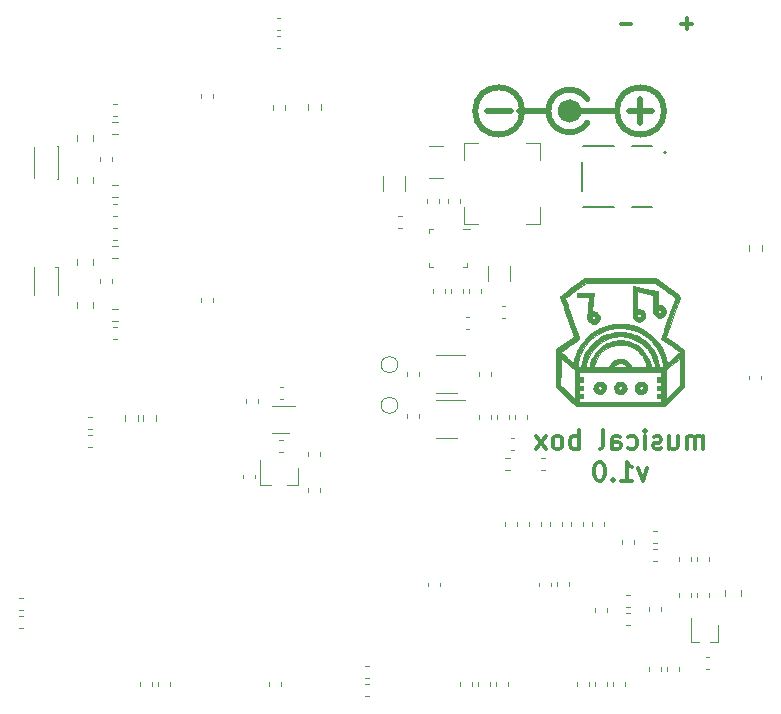
<source format=gbr>
G04 #@! TF.GenerationSoftware,KiCad,Pcbnew,(5.1.9)-1*
G04 #@! TF.CreationDate,2021-01-16T17:43:42+01:00*
G04 #@! TF.ProjectId,musical-box,6d757369-6361-46c2-9d62-6f782e6b6963,rev?*
G04 #@! TF.SameCoordinates,Original*
G04 #@! TF.FileFunction,Legend,Bot*
G04 #@! TF.FilePolarity,Positive*
%FSLAX46Y46*%
G04 Gerber Fmt 4.6, Leading zero omitted, Abs format (unit mm)*
G04 Created by KiCad (PCBNEW (5.1.9)-1) date 2021-01-16 17:43:42*
%MOMM*%
%LPD*%
G01*
G04 APERTURE LIST*
%ADD10C,0.300000*%
%ADD11C,0.500000*%
%ADD12C,0.120000*%
%ADD13C,0.010000*%
%ADD14C,0.200000*%
%ADD15C,0.127000*%
%ADD16C,1.800000*%
%ADD17C,0.600000*%
%ADD18C,0.800000*%
%ADD19C,3.000000*%
%ADD20R,3.000000X3.000000*%
%ADD21O,1.700000X0.900000*%
%ADD22O,2.400000X0.900000*%
%ADD23C,0.700000*%
%ADD24R,0.450000X0.700000*%
%ADD25R,1.000000X0.750000*%
%ADD26R,1.500000X1.000000*%
%ADD27C,3.200000*%
%ADD28R,0.800000X0.900000*%
%ADD29R,1.060000X0.650000*%
%ADD30R,0.250000X0.750000*%
%ADD31R,1.300000X0.250000*%
%ADD32R,0.650000X0.400000*%
%ADD33C,1.000000*%
%ADD34R,5.700000X1.600000*%
%ADD35R,1.800000X4.400000*%
%ADD36O,1.800000X4.000000*%
%ADD37O,4.000000X1.800000*%
%ADD38C,2.000000*%
G04 APERTURE END LIST*
D10*
X409676428Y-162529809D02*
X409676428Y-161463142D01*
X409676428Y-161615523D02*
X409600238Y-161539333D01*
X409447857Y-161463142D01*
X409219285Y-161463142D01*
X409066904Y-161539333D01*
X408990714Y-161691714D01*
X408990714Y-162529809D01*
X408990714Y-161691714D02*
X408914523Y-161539333D01*
X408762142Y-161463142D01*
X408533571Y-161463142D01*
X408381190Y-161539333D01*
X408305000Y-161691714D01*
X408305000Y-162529809D01*
X406857380Y-161463142D02*
X406857380Y-162529809D01*
X407543095Y-161463142D02*
X407543095Y-162301238D01*
X407466904Y-162453619D01*
X407314523Y-162529809D01*
X407085952Y-162529809D01*
X406933571Y-162453619D01*
X406857380Y-162377428D01*
X406171666Y-162453619D02*
X406019285Y-162529809D01*
X405714523Y-162529809D01*
X405562142Y-162453619D01*
X405485952Y-162301238D01*
X405485952Y-162225047D01*
X405562142Y-162072666D01*
X405714523Y-161996476D01*
X405943095Y-161996476D01*
X406095476Y-161920285D01*
X406171666Y-161767904D01*
X406171666Y-161691714D01*
X406095476Y-161539333D01*
X405943095Y-161463142D01*
X405714523Y-161463142D01*
X405562142Y-161539333D01*
X404800238Y-162529809D02*
X404800238Y-161463142D01*
X404800238Y-160929809D02*
X404876428Y-161006000D01*
X404800238Y-161082190D01*
X404724047Y-161006000D01*
X404800238Y-160929809D01*
X404800238Y-161082190D01*
X403352619Y-162453619D02*
X403505000Y-162529809D01*
X403809761Y-162529809D01*
X403962142Y-162453619D01*
X404038333Y-162377428D01*
X404114523Y-162225047D01*
X404114523Y-161767904D01*
X404038333Y-161615523D01*
X403962142Y-161539333D01*
X403809761Y-161463142D01*
X403505000Y-161463142D01*
X403352619Y-161539333D01*
X401981190Y-162529809D02*
X401981190Y-161691714D01*
X402057380Y-161539333D01*
X402209761Y-161463142D01*
X402514523Y-161463142D01*
X402666904Y-161539333D01*
X401981190Y-162453619D02*
X402133571Y-162529809D01*
X402514523Y-162529809D01*
X402666904Y-162453619D01*
X402743095Y-162301238D01*
X402743095Y-162148857D01*
X402666904Y-161996476D01*
X402514523Y-161920285D01*
X402133571Y-161920285D01*
X401981190Y-161844095D01*
X400990714Y-162529809D02*
X401143095Y-162453619D01*
X401219285Y-162301238D01*
X401219285Y-160929809D01*
X399162142Y-162529809D02*
X399162142Y-160929809D01*
X399162142Y-161539333D02*
X399009761Y-161463142D01*
X398705000Y-161463142D01*
X398552619Y-161539333D01*
X398476428Y-161615523D01*
X398400238Y-161767904D01*
X398400238Y-162225047D01*
X398476428Y-162377428D01*
X398552619Y-162453619D01*
X398705000Y-162529809D01*
X399009761Y-162529809D01*
X399162142Y-162453619D01*
X397485952Y-162529809D02*
X397638333Y-162453619D01*
X397714523Y-162377428D01*
X397790714Y-162225047D01*
X397790714Y-161767904D01*
X397714523Y-161615523D01*
X397638333Y-161539333D01*
X397485952Y-161463142D01*
X397257380Y-161463142D01*
X397105000Y-161539333D01*
X397028809Y-161615523D01*
X396952619Y-161767904D01*
X396952619Y-162225047D01*
X397028809Y-162377428D01*
X397105000Y-162453619D01*
X397257380Y-162529809D01*
X397485952Y-162529809D01*
X396419285Y-162529809D02*
X395581190Y-161463142D01*
X396419285Y-161463142D02*
X395581190Y-162529809D01*
X404990714Y-164163142D02*
X404609761Y-165229809D01*
X404228809Y-164163142D01*
X402781190Y-165229809D02*
X403695476Y-165229809D01*
X403238333Y-165229809D02*
X403238333Y-163629809D01*
X403390714Y-163858380D01*
X403543095Y-164010761D01*
X403695476Y-164086952D01*
X402095476Y-165077428D02*
X402019285Y-165153619D01*
X402095476Y-165229809D01*
X402171666Y-165153619D01*
X402095476Y-165077428D01*
X402095476Y-165229809D01*
X401028809Y-163629809D02*
X400876428Y-163629809D01*
X400724047Y-163706000D01*
X400647857Y-163782190D01*
X400571666Y-163934571D01*
X400495476Y-164239333D01*
X400495476Y-164620285D01*
X400571666Y-164925047D01*
X400647857Y-165077428D01*
X400724047Y-165153619D01*
X400876428Y-165229809D01*
X401028809Y-165229809D01*
X401181190Y-165153619D01*
X401257380Y-165077428D01*
X401333571Y-164925047D01*
X401409761Y-164620285D01*
X401409761Y-164239333D01*
X401333571Y-163934571D01*
X401257380Y-163782190D01*
X401181190Y-163706000D01*
X401028809Y-163629809D01*
X408781571Y-126538714D02*
X407867285Y-126538714D01*
X408324428Y-126995857D02*
X408324428Y-126081571D01*
X403638714Y-126538714D02*
X402724428Y-126538714D01*
D11*
X403399000Y-133921500D02*
X405399000Y-133921500D01*
X404399000Y-134921500D02*
X404399000Y-132921500D01*
X406399000Y-133921500D02*
G75*
G03*
X406399000Y-133921500I-2000000J0D01*
G01*
X398349000Y-133921500D02*
X402399000Y-133921500D01*
D12*
X398449000Y-133921500D02*
G75*
G03*
X398449000Y-133921500I-50000J0D01*
G01*
D11*
X398752553Y-133921500D02*
G75*
G03*
X398752553Y-133921500I-353553J0D01*
G01*
X399149000Y-133921500D02*
G75*
G03*
X399149000Y-133921500I-750000J0D01*
G01*
X394149000Y-133921500D02*
X396399000Y-133921500D01*
X391399000Y-133921500D02*
X393399000Y-133921500D01*
X394399000Y-133921500D02*
G75*
G03*
X394399000Y-133921500I-2000000J0D01*
G01*
X399899000Y-132921500D02*
G75*
G03*
X399899000Y-134921500I-1500000J-1000000D01*
G01*
D12*
X377331500Y-133366742D02*
X377331500Y-133841258D01*
X376286500Y-133366742D02*
X376286500Y-133841258D01*
X374290500Y-133402742D02*
X374290500Y-133877258D01*
X373245500Y-133402742D02*
X373245500Y-133877258D01*
D13*
G36*
X398629197Y-148839145D02*
G01*
X398383390Y-149018576D01*
X398171888Y-149174195D01*
X397994233Y-149306350D01*
X397849971Y-149415390D01*
X397738644Y-149501664D01*
X397659796Y-149565521D01*
X397612971Y-149607310D01*
X397597712Y-149627380D01*
X397597730Y-149627603D01*
X397605267Y-149652400D01*
X397625816Y-149714171D01*
X397658352Y-149809954D01*
X397701849Y-149936783D01*
X397755282Y-150091697D01*
X397817625Y-150271731D01*
X397887851Y-150473922D01*
X397964936Y-150695306D01*
X398047853Y-150932920D01*
X398135577Y-151183801D01*
X398203159Y-151376750D01*
X398804107Y-153091250D01*
X397286333Y-154103438D01*
X397286333Y-157282049D01*
X398106440Y-158102358D01*
X398926546Y-158922667D01*
X406462284Y-158922667D01*
X408123666Y-157260885D01*
X408123666Y-157091107D01*
X407764203Y-157091107D01*
X407166199Y-157689387D01*
X407035523Y-157819992D01*
X406914435Y-157940761D01*
X406806137Y-158048520D01*
X406713832Y-158140092D01*
X406640723Y-158212304D01*
X406590012Y-158261978D01*
X406564902Y-158285941D01*
X406562764Y-158287667D01*
X406561770Y-158267124D01*
X406560834Y-158207990D01*
X406559974Y-158114006D01*
X406559206Y-157988916D01*
X406558547Y-157836460D01*
X406558014Y-157660381D01*
X406557623Y-157464421D01*
X406557392Y-157252322D01*
X406557333Y-157073789D01*
X406557333Y-155980500D01*
X406176333Y-155980500D01*
X406176333Y-156467334D01*
X405837666Y-156467334D01*
X405837666Y-156848334D01*
X406176333Y-156848334D01*
X406176333Y-157187000D01*
X405837666Y-157187000D01*
X405837666Y-157546834D01*
X406176333Y-157546834D01*
X406176333Y-157885500D01*
X405837666Y-157885500D01*
X405837666Y-158245334D01*
X406176333Y-158245334D01*
X406176333Y-158584000D01*
X399212500Y-158584000D01*
X399212500Y-158245334D01*
X399551166Y-158245334D01*
X399551166Y-157885500D01*
X399212500Y-157885500D01*
X399212500Y-157546834D01*
X399551166Y-157546834D01*
X399551166Y-157187000D01*
X399212500Y-157187000D01*
X399212500Y-156848334D01*
X399551166Y-156848334D01*
X399551166Y-156467334D01*
X399212500Y-156467334D01*
X399212500Y-155980500D01*
X406176333Y-155980500D01*
X406557333Y-155980500D01*
X406557333Y-155859911D01*
X398831500Y-155859911D01*
X398831500Y-158298158D01*
X398228065Y-157694723D01*
X397624630Y-157091289D01*
X397630107Y-155944656D01*
X397635583Y-154798024D01*
X398233541Y-155328967D01*
X398831500Y-155859911D01*
X406557333Y-155859911D01*
X406911197Y-155545705D01*
X406322944Y-155545705D01*
X406312812Y-155582547D01*
X406310389Y-155585389D01*
X406283509Y-155592509D01*
X406226648Y-155597580D01*
X406152598Y-155599500D01*
X406008918Y-155599500D01*
X405998334Y-155532527D01*
X405624713Y-155532527D01*
X405619347Y-155572654D01*
X405594775Y-155592443D01*
X405546996Y-155599020D01*
X405472013Y-155599512D01*
X405460975Y-155599500D01*
X405295950Y-155599500D01*
X405293833Y-155587152D01*
X404927500Y-155587152D01*
X404907205Y-155590279D01*
X404849811Y-155593115D01*
X404760548Y-155595555D01*
X404644651Y-155597497D01*
X404507350Y-155598834D01*
X404353880Y-155599465D01*
X404306701Y-155599500D01*
X403685903Y-155599500D01*
X403281925Y-155599500D01*
X402106908Y-155599500D01*
X402159044Y-155530709D01*
X402267377Y-155421113D01*
X402398801Y-155341829D01*
X402545737Y-155293990D01*
X402700602Y-155278729D01*
X402855816Y-155297182D01*
X403003798Y-155350482D01*
X403076948Y-155393413D01*
X403144456Y-155445446D01*
X403205257Y-155502399D01*
X403229789Y-155530709D01*
X403281925Y-155599500D01*
X403685903Y-155599500D01*
X403634660Y-155488907D01*
X403595713Y-155421649D01*
X403537029Y-155339693D01*
X403469366Y-155257707D01*
X403447805Y-155234106D01*
X403291148Y-155096784D01*
X403116357Y-154995979D01*
X402928062Y-154932515D01*
X402730893Y-154907218D01*
X402529480Y-154920911D01*
X402328451Y-154974419D01*
X402228397Y-155016905D01*
X402103321Y-155092764D01*
X401979662Y-155195444D01*
X401868781Y-155313639D01*
X401782040Y-155436040D01*
X401754173Y-155488907D01*
X401702930Y-155599500D01*
X401082132Y-155599500D01*
X400924922Y-155599096D01*
X400782351Y-155597955D01*
X400659654Y-155596179D01*
X400562061Y-155593874D01*
X400494806Y-155591143D01*
X400463121Y-155588090D01*
X400461333Y-155587152D01*
X400466232Y-155562222D01*
X400479245Y-155506931D01*
X400497852Y-155431892D01*
X400503724Y-155408774D01*
X400599354Y-155117926D01*
X400731881Y-154845151D01*
X400898630Y-154593710D01*
X401096925Y-154366866D01*
X401324091Y-154167880D01*
X401577453Y-154000013D01*
X401720750Y-153925106D01*
X402012250Y-153808114D01*
X402308110Y-153732990D01*
X402606429Y-153699734D01*
X402905307Y-153708346D01*
X403202844Y-153758826D01*
X403497140Y-153851175D01*
X403668083Y-153925106D01*
X403934185Y-154075243D01*
X404175503Y-154258220D01*
X404389361Y-154470775D01*
X404573085Y-154709647D01*
X404723997Y-154971575D01*
X404839425Y-155253296D01*
X404885109Y-155408774D01*
X404904830Y-155487442D01*
X404919665Y-155549336D01*
X404927092Y-155583842D01*
X404927500Y-155587152D01*
X405293833Y-155587152D01*
X405271447Y-155456625D01*
X405251844Y-155363556D01*
X405223429Y-155253697D01*
X405192147Y-155149934D01*
X405190314Y-155144417D01*
X405066279Y-154838640D01*
X404906969Y-154553478D01*
X404715327Y-154291522D01*
X404494292Y-154055363D01*
X404246808Y-153847593D01*
X403975814Y-153670802D01*
X403684253Y-153527583D01*
X403375066Y-153420526D01*
X403181250Y-153374516D01*
X403083046Y-153361008D01*
X402954067Y-153351706D01*
X402805661Y-153346609D01*
X402649175Y-153345718D01*
X402495958Y-153349032D01*
X402357358Y-153356552D01*
X402244724Y-153368277D01*
X402207583Y-153374516D01*
X402045585Y-153413556D01*
X401868858Y-153467859D01*
X401695704Y-153531212D01*
X401544424Y-153597403D01*
X401530250Y-153604417D01*
X401307897Y-153733268D01*
X401085851Y-153893963D01*
X400874789Y-154077304D01*
X400685387Y-154274091D01*
X400541278Y-154456500D01*
X400425575Y-154640733D01*
X400319428Y-154847964D01*
X400228431Y-155064996D01*
X400158177Y-155278630D01*
X400117386Y-155456625D01*
X400092883Y-155599500D01*
X399927858Y-155599500D01*
X399849335Y-155599261D01*
X399798497Y-155593792D01*
X399771345Y-155575968D01*
X399763882Y-155538664D01*
X399772108Y-155474753D01*
X399792027Y-155377110D01*
X399795019Y-155362759D01*
X399886345Y-155024298D01*
X400014676Y-154703958D01*
X400177789Y-154403947D01*
X400373462Y-154126470D01*
X400599470Y-153873735D01*
X400853591Y-153647949D01*
X401133602Y-153451318D01*
X401437280Y-153286050D01*
X401762401Y-153154350D01*
X402106743Y-153058427D01*
X402118929Y-153055785D01*
X402296096Y-153027492D01*
X402499899Y-153010990D01*
X402716317Y-153006279D01*
X402931326Y-153013358D01*
X403130906Y-153032228D01*
X403269904Y-153055785D01*
X403614870Y-153150436D01*
X403940691Y-153280939D01*
X404245145Y-153445087D01*
X404526008Y-153640673D01*
X404781059Y-153865491D01*
X405008073Y-154117334D01*
X405204828Y-154393995D01*
X405369101Y-154693266D01*
X405498668Y-155012942D01*
X405591306Y-155350815D01*
X405593814Y-155362759D01*
X405614869Y-155464937D01*
X405624713Y-155532527D01*
X405998334Y-155532527D01*
X405996374Y-155520125D01*
X405915773Y-155135296D01*
X405799120Y-154772422D01*
X405646522Y-154431722D01*
X405458084Y-154113419D01*
X405233913Y-153817734D01*
X405115580Y-153685942D01*
X404842960Y-153425620D01*
X404552502Y-153202682D01*
X404241919Y-153015846D01*
X403908920Y-152863827D01*
X403551218Y-152745340D01*
X403350583Y-152695643D01*
X403270237Y-152679138D01*
X403194095Y-152666944D01*
X403113498Y-152658443D01*
X403019787Y-152653018D01*
X402904302Y-152650050D01*
X402758384Y-152648923D01*
X402694416Y-152648848D01*
X402534931Y-152649447D01*
X402409109Y-152651657D01*
X402308289Y-152656093D01*
X402223813Y-152663375D01*
X402147023Y-152674119D01*
X402069257Y-152688944D01*
X402038250Y-152695643D01*
X401666509Y-152796857D01*
X401320686Y-152930922D01*
X400998493Y-153099122D01*
X400697641Y-153302742D01*
X400415840Y-153543065D01*
X400273253Y-153685942D01*
X400032165Y-153970903D01*
X399826861Y-154278466D01*
X399657374Y-154608561D01*
X399523739Y-154961118D01*
X399425988Y-155336066D01*
X399392289Y-155521030D01*
X399379576Y-155601309D01*
X399074916Y-155588917D01*
X399068536Y-155523503D01*
X399070367Y-155460824D01*
X399083178Y-155366687D01*
X399105067Y-155249963D01*
X399134136Y-155119521D01*
X399168483Y-154984230D01*
X399206209Y-154852960D01*
X399224569Y-154795167D01*
X399364233Y-154436591D01*
X399538595Y-154099788D01*
X399745084Y-153786452D01*
X399981132Y-153498277D01*
X400244166Y-153236960D01*
X400531617Y-153004194D01*
X400840913Y-152801673D01*
X401169485Y-152631094D01*
X401514761Y-152494150D01*
X401874171Y-152392537D01*
X402245145Y-152327948D01*
X402625111Y-152302080D01*
X402987259Y-152314504D01*
X403378975Y-152367786D01*
X403755772Y-152459333D01*
X404115569Y-152587300D01*
X404456284Y-152749844D01*
X404775836Y-152945121D01*
X405072143Y-153171286D01*
X405343123Y-153426497D01*
X405586696Y-153708907D01*
X405800780Y-154016675D01*
X405983292Y-154347954D01*
X406132153Y-154700903D01*
X406245279Y-155073676D01*
X406280969Y-155232408D01*
X406307259Y-155373471D01*
X406321172Y-155476958D01*
X406322944Y-155545705D01*
X406911197Y-155545705D01*
X407155291Y-155328967D01*
X407753250Y-154798024D01*
X407758726Y-155944565D01*
X407764203Y-157091107D01*
X408123666Y-157091107D01*
X408123666Y-154312680D01*
X407736776Y-154312680D01*
X407720247Y-154330565D01*
X407676691Y-154371881D01*
X407610574Y-154432673D01*
X407526365Y-154508984D01*
X407428532Y-154596859D01*
X407321542Y-154692343D01*
X407209864Y-154791481D01*
X407097966Y-154890316D01*
X406990315Y-154984894D01*
X406891380Y-155071259D01*
X406805629Y-155145456D01*
X406737529Y-155203529D01*
X406691549Y-155241522D01*
X406672156Y-155255481D01*
X406671871Y-155255427D01*
X406664192Y-155233242D01*
X406648385Y-155177630D01*
X406626539Y-155096247D01*
X406600739Y-154996749D01*
X406592227Y-154963274D01*
X406471769Y-154571073D01*
X406314783Y-154198003D01*
X406123292Y-153846084D01*
X405899316Y-153517334D01*
X405644877Y-153213775D01*
X405361996Y-152937423D01*
X405052695Y-152690300D01*
X404718994Y-152474423D01*
X404362916Y-152291813D01*
X403986481Y-152144488D01*
X403681684Y-152055780D01*
X403536593Y-152020944D01*
X403410886Y-151994433D01*
X403294501Y-151975153D01*
X403177381Y-151962012D01*
X403049466Y-151953915D01*
X402900696Y-151949769D01*
X402721013Y-151948481D01*
X402694416Y-151948466D01*
X402509895Y-151949458D01*
X402357616Y-151953164D01*
X402227522Y-151960676D01*
X402109552Y-151973088D01*
X401993647Y-151991494D01*
X401869748Y-152016986D01*
X401727797Y-152050660D01*
X401707149Y-152055780D01*
X401318449Y-152173835D01*
X400945792Y-152329643D01*
X400592057Y-152521214D01*
X400260126Y-152746553D01*
X399952879Y-153003670D01*
X399673196Y-153290572D01*
X399423959Y-153605266D01*
X399383889Y-153662750D01*
X399188886Y-153973550D01*
X399029616Y-154285794D01*
X398900759Y-154611260D01*
X398796998Y-154961729D01*
X398796606Y-154963274D01*
X398770002Y-155066850D01*
X398746700Y-155154694D01*
X398728789Y-155219151D01*
X398718356Y-155252565D01*
X398716962Y-155255427D01*
X398700125Y-155243774D01*
X398656307Y-155207738D01*
X398589975Y-155151275D01*
X398505599Y-155078340D01*
X398407646Y-154992887D01*
X398300583Y-154898874D01*
X398188880Y-154800254D01*
X398077003Y-154700985D01*
X397969421Y-154605020D01*
X397870602Y-154516316D01*
X397785014Y-154438827D01*
X397717124Y-154376511D01*
X397671401Y-154333321D01*
X397652313Y-154313213D01*
X397652057Y-154312680D01*
X397668148Y-154298264D01*
X397716074Y-154262946D01*
X397792332Y-154209134D01*
X397893418Y-154139238D01*
X398015831Y-154055666D01*
X398156067Y-153960825D01*
X398310624Y-153857125D01*
X398440516Y-153770542D01*
X398604095Y-153661459D01*
X398756294Y-153559285D01*
X398893584Y-153466439D01*
X399012433Y-153385340D01*
X399109314Y-153318406D01*
X399180696Y-153268057D01*
X399223051Y-153236711D01*
X399233666Y-153226990D01*
X399226829Y-153205001D01*
X399206990Y-153145980D01*
X399175161Y-153052842D01*
X399132352Y-152928503D01*
X399079575Y-152775878D01*
X399017839Y-152597882D01*
X398948157Y-152397431D01*
X398871538Y-152177439D01*
X398788994Y-151940822D01*
X398701535Y-151690496D01*
X398630416Y-151487201D01*
X398539818Y-151228125D01*
X398453362Y-150980426D01*
X398372060Y-150747026D01*
X398296922Y-150530846D01*
X398228956Y-150334806D01*
X398169173Y-150161827D01*
X398118583Y-150014830D01*
X398078196Y-149896737D01*
X398049022Y-149810468D01*
X398032069Y-149758944D01*
X398027981Y-149744754D01*
X398044780Y-149729014D01*
X398092714Y-149690920D01*
X398168571Y-149632868D01*
X398269143Y-149557252D01*
X398391218Y-149466467D01*
X398531587Y-149362909D01*
X398687038Y-149248973D01*
X398854362Y-149127054D01*
X398911662Y-149085458D01*
X399794527Y-148445167D01*
X405594306Y-148445167D01*
X406477171Y-149085459D01*
X406647710Y-149209487D01*
X406807435Y-149326324D01*
X406953138Y-149433573D01*
X407081608Y-149528839D01*
X407189634Y-149609728D01*
X407274006Y-149673844D01*
X407331513Y-149718792D01*
X407358946Y-149742176D01*
X407360852Y-149744754D01*
X407354135Y-149767148D01*
X407334408Y-149826565D01*
X407302680Y-149920085D01*
X407259962Y-150044786D01*
X407207263Y-150197749D01*
X407145594Y-150376051D01*
X407075964Y-150576771D01*
X406999383Y-150796990D01*
X406916861Y-151033786D01*
X406829407Y-151284238D01*
X406758416Y-151487201D01*
X406667821Y-151746213D01*
X406581349Y-151993793D01*
X406500014Y-152227026D01*
X406424824Y-152442997D01*
X406356792Y-152638791D01*
X406296927Y-152811493D01*
X406246241Y-152958186D01*
X406205745Y-153075957D01*
X406176450Y-153161889D01*
X406159365Y-153213068D01*
X406155166Y-153226990D01*
X406172243Y-153241711D01*
X406221120Y-153277336D01*
X406298268Y-153331446D01*
X406400158Y-153401621D01*
X406523259Y-153485443D01*
X406664043Y-153580493D01*
X406818980Y-153684353D01*
X406948317Y-153770542D01*
X407111709Y-153879537D01*
X407263547Y-153981575D01*
X407400328Y-154074247D01*
X407518549Y-154155145D01*
X407614708Y-154221860D01*
X407685301Y-154271985D01*
X407726826Y-154303109D01*
X407736776Y-154312680D01*
X408123666Y-154312680D01*
X408123666Y-154118008D01*
X407354239Y-153604629D01*
X406584811Y-153091250D01*
X407185717Y-151376750D01*
X407276338Y-151117941D01*
X407362914Y-150870200D01*
X407444418Y-150636490D01*
X407519826Y-150419775D01*
X407588111Y-150223019D01*
X407648248Y-150049185D01*
X407699211Y-149901236D01*
X407739974Y-149782137D01*
X407769512Y-149694850D01*
X407786799Y-149642339D01*
X407791103Y-149627603D01*
X407776615Y-149608064D01*
X407730573Y-149566815D01*
X407652519Y-149503505D01*
X407541998Y-149417788D01*
X407398553Y-149309312D01*
X407221726Y-149177731D01*
X407011063Y-149022694D01*
X406766107Y-148843854D01*
X406759636Y-148839145D01*
X405723689Y-148085334D01*
X399665144Y-148085334D01*
X398629197Y-148839145D01*
G37*
X398629197Y-148839145D02*
X398383390Y-149018576D01*
X398171888Y-149174195D01*
X397994233Y-149306350D01*
X397849971Y-149415390D01*
X397738644Y-149501664D01*
X397659796Y-149565521D01*
X397612971Y-149607310D01*
X397597712Y-149627380D01*
X397597730Y-149627603D01*
X397605267Y-149652400D01*
X397625816Y-149714171D01*
X397658352Y-149809954D01*
X397701849Y-149936783D01*
X397755282Y-150091697D01*
X397817625Y-150271731D01*
X397887851Y-150473922D01*
X397964936Y-150695306D01*
X398047853Y-150932920D01*
X398135577Y-151183801D01*
X398203159Y-151376750D01*
X398804107Y-153091250D01*
X397286333Y-154103438D01*
X397286333Y-157282049D01*
X398106440Y-158102358D01*
X398926546Y-158922667D01*
X406462284Y-158922667D01*
X408123666Y-157260885D01*
X408123666Y-157091107D01*
X407764203Y-157091107D01*
X407166199Y-157689387D01*
X407035523Y-157819992D01*
X406914435Y-157940761D01*
X406806137Y-158048520D01*
X406713832Y-158140092D01*
X406640723Y-158212304D01*
X406590012Y-158261978D01*
X406564902Y-158285941D01*
X406562764Y-158287667D01*
X406561770Y-158267124D01*
X406560834Y-158207990D01*
X406559974Y-158114006D01*
X406559206Y-157988916D01*
X406558547Y-157836460D01*
X406558014Y-157660381D01*
X406557623Y-157464421D01*
X406557392Y-157252322D01*
X406557333Y-157073789D01*
X406557333Y-155980500D01*
X406176333Y-155980500D01*
X406176333Y-156467334D01*
X405837666Y-156467334D01*
X405837666Y-156848334D01*
X406176333Y-156848334D01*
X406176333Y-157187000D01*
X405837666Y-157187000D01*
X405837666Y-157546834D01*
X406176333Y-157546834D01*
X406176333Y-157885500D01*
X405837666Y-157885500D01*
X405837666Y-158245334D01*
X406176333Y-158245334D01*
X406176333Y-158584000D01*
X399212500Y-158584000D01*
X399212500Y-158245334D01*
X399551166Y-158245334D01*
X399551166Y-157885500D01*
X399212500Y-157885500D01*
X399212500Y-157546834D01*
X399551166Y-157546834D01*
X399551166Y-157187000D01*
X399212500Y-157187000D01*
X399212500Y-156848334D01*
X399551166Y-156848334D01*
X399551166Y-156467334D01*
X399212500Y-156467334D01*
X399212500Y-155980500D01*
X406176333Y-155980500D01*
X406557333Y-155980500D01*
X406557333Y-155859911D01*
X398831500Y-155859911D01*
X398831500Y-158298158D01*
X398228065Y-157694723D01*
X397624630Y-157091289D01*
X397630107Y-155944656D01*
X397635583Y-154798024D01*
X398233541Y-155328967D01*
X398831500Y-155859911D01*
X406557333Y-155859911D01*
X406911197Y-155545705D01*
X406322944Y-155545705D01*
X406312812Y-155582547D01*
X406310389Y-155585389D01*
X406283509Y-155592509D01*
X406226648Y-155597580D01*
X406152598Y-155599500D01*
X406008918Y-155599500D01*
X405998334Y-155532527D01*
X405624713Y-155532527D01*
X405619347Y-155572654D01*
X405594775Y-155592443D01*
X405546996Y-155599020D01*
X405472013Y-155599512D01*
X405460975Y-155599500D01*
X405295950Y-155599500D01*
X405293833Y-155587152D01*
X404927500Y-155587152D01*
X404907205Y-155590279D01*
X404849811Y-155593115D01*
X404760548Y-155595555D01*
X404644651Y-155597497D01*
X404507350Y-155598834D01*
X404353880Y-155599465D01*
X404306701Y-155599500D01*
X403685903Y-155599500D01*
X403281925Y-155599500D01*
X402106908Y-155599500D01*
X402159044Y-155530709D01*
X402267377Y-155421113D01*
X402398801Y-155341829D01*
X402545737Y-155293990D01*
X402700602Y-155278729D01*
X402855816Y-155297182D01*
X403003798Y-155350482D01*
X403076948Y-155393413D01*
X403144456Y-155445446D01*
X403205257Y-155502399D01*
X403229789Y-155530709D01*
X403281925Y-155599500D01*
X403685903Y-155599500D01*
X403634660Y-155488907D01*
X403595713Y-155421649D01*
X403537029Y-155339693D01*
X403469366Y-155257707D01*
X403447805Y-155234106D01*
X403291148Y-155096784D01*
X403116357Y-154995979D01*
X402928062Y-154932515D01*
X402730893Y-154907218D01*
X402529480Y-154920911D01*
X402328451Y-154974419D01*
X402228397Y-155016905D01*
X402103321Y-155092764D01*
X401979662Y-155195444D01*
X401868781Y-155313639D01*
X401782040Y-155436040D01*
X401754173Y-155488907D01*
X401702930Y-155599500D01*
X401082132Y-155599500D01*
X400924922Y-155599096D01*
X400782351Y-155597955D01*
X400659654Y-155596179D01*
X400562061Y-155593874D01*
X400494806Y-155591143D01*
X400463121Y-155588090D01*
X400461333Y-155587152D01*
X400466232Y-155562222D01*
X400479245Y-155506931D01*
X400497852Y-155431892D01*
X400503724Y-155408774D01*
X400599354Y-155117926D01*
X400731881Y-154845151D01*
X400898630Y-154593710D01*
X401096925Y-154366866D01*
X401324091Y-154167880D01*
X401577453Y-154000013D01*
X401720750Y-153925106D01*
X402012250Y-153808114D01*
X402308110Y-153732990D01*
X402606429Y-153699734D01*
X402905307Y-153708346D01*
X403202844Y-153758826D01*
X403497140Y-153851175D01*
X403668083Y-153925106D01*
X403934185Y-154075243D01*
X404175503Y-154258220D01*
X404389361Y-154470775D01*
X404573085Y-154709647D01*
X404723997Y-154971575D01*
X404839425Y-155253296D01*
X404885109Y-155408774D01*
X404904830Y-155487442D01*
X404919665Y-155549336D01*
X404927092Y-155583842D01*
X404927500Y-155587152D01*
X405293833Y-155587152D01*
X405271447Y-155456625D01*
X405251844Y-155363556D01*
X405223429Y-155253697D01*
X405192147Y-155149934D01*
X405190314Y-155144417D01*
X405066279Y-154838640D01*
X404906969Y-154553478D01*
X404715327Y-154291522D01*
X404494292Y-154055363D01*
X404246808Y-153847593D01*
X403975814Y-153670802D01*
X403684253Y-153527583D01*
X403375066Y-153420526D01*
X403181250Y-153374516D01*
X403083046Y-153361008D01*
X402954067Y-153351706D01*
X402805661Y-153346609D01*
X402649175Y-153345718D01*
X402495958Y-153349032D01*
X402357358Y-153356552D01*
X402244724Y-153368277D01*
X402207583Y-153374516D01*
X402045585Y-153413556D01*
X401868858Y-153467859D01*
X401695704Y-153531212D01*
X401544424Y-153597403D01*
X401530250Y-153604417D01*
X401307897Y-153733268D01*
X401085851Y-153893963D01*
X400874789Y-154077304D01*
X400685387Y-154274091D01*
X400541278Y-154456500D01*
X400425575Y-154640733D01*
X400319428Y-154847964D01*
X400228431Y-155064996D01*
X400158177Y-155278630D01*
X400117386Y-155456625D01*
X400092883Y-155599500D01*
X399927858Y-155599500D01*
X399849335Y-155599261D01*
X399798497Y-155593792D01*
X399771345Y-155575968D01*
X399763882Y-155538664D01*
X399772108Y-155474753D01*
X399792027Y-155377110D01*
X399795019Y-155362759D01*
X399886345Y-155024298D01*
X400014676Y-154703958D01*
X400177789Y-154403947D01*
X400373462Y-154126470D01*
X400599470Y-153873735D01*
X400853591Y-153647949D01*
X401133602Y-153451318D01*
X401437280Y-153286050D01*
X401762401Y-153154350D01*
X402106743Y-153058427D01*
X402118929Y-153055785D01*
X402296096Y-153027492D01*
X402499899Y-153010990D01*
X402716317Y-153006279D01*
X402931326Y-153013358D01*
X403130906Y-153032228D01*
X403269904Y-153055785D01*
X403614870Y-153150436D01*
X403940691Y-153280939D01*
X404245145Y-153445087D01*
X404526008Y-153640673D01*
X404781059Y-153865491D01*
X405008073Y-154117334D01*
X405204828Y-154393995D01*
X405369101Y-154693266D01*
X405498668Y-155012942D01*
X405591306Y-155350815D01*
X405593814Y-155362759D01*
X405614869Y-155464937D01*
X405624713Y-155532527D01*
X405998334Y-155532527D01*
X405996374Y-155520125D01*
X405915773Y-155135296D01*
X405799120Y-154772422D01*
X405646522Y-154431722D01*
X405458084Y-154113419D01*
X405233913Y-153817734D01*
X405115580Y-153685942D01*
X404842960Y-153425620D01*
X404552502Y-153202682D01*
X404241919Y-153015846D01*
X403908920Y-152863827D01*
X403551218Y-152745340D01*
X403350583Y-152695643D01*
X403270237Y-152679138D01*
X403194095Y-152666944D01*
X403113498Y-152658443D01*
X403019787Y-152653018D01*
X402904302Y-152650050D01*
X402758384Y-152648923D01*
X402694416Y-152648848D01*
X402534931Y-152649447D01*
X402409109Y-152651657D01*
X402308289Y-152656093D01*
X402223813Y-152663375D01*
X402147023Y-152674119D01*
X402069257Y-152688944D01*
X402038250Y-152695643D01*
X401666509Y-152796857D01*
X401320686Y-152930922D01*
X400998493Y-153099122D01*
X400697641Y-153302742D01*
X400415840Y-153543065D01*
X400273253Y-153685942D01*
X400032165Y-153970903D01*
X399826861Y-154278466D01*
X399657374Y-154608561D01*
X399523739Y-154961118D01*
X399425988Y-155336066D01*
X399392289Y-155521030D01*
X399379576Y-155601309D01*
X399074916Y-155588917D01*
X399068536Y-155523503D01*
X399070367Y-155460824D01*
X399083178Y-155366687D01*
X399105067Y-155249963D01*
X399134136Y-155119521D01*
X399168483Y-154984230D01*
X399206209Y-154852960D01*
X399224569Y-154795167D01*
X399364233Y-154436591D01*
X399538595Y-154099788D01*
X399745084Y-153786452D01*
X399981132Y-153498277D01*
X400244166Y-153236960D01*
X400531617Y-153004194D01*
X400840913Y-152801673D01*
X401169485Y-152631094D01*
X401514761Y-152494150D01*
X401874171Y-152392537D01*
X402245145Y-152327948D01*
X402625111Y-152302080D01*
X402987259Y-152314504D01*
X403378975Y-152367786D01*
X403755772Y-152459333D01*
X404115569Y-152587300D01*
X404456284Y-152749844D01*
X404775836Y-152945121D01*
X405072143Y-153171286D01*
X405343123Y-153426497D01*
X405586696Y-153708907D01*
X405800780Y-154016675D01*
X405983292Y-154347954D01*
X406132153Y-154700903D01*
X406245279Y-155073676D01*
X406280969Y-155232408D01*
X406307259Y-155373471D01*
X406321172Y-155476958D01*
X406322944Y-155545705D01*
X406911197Y-155545705D01*
X407155291Y-155328967D01*
X407753250Y-154798024D01*
X407758726Y-155944565D01*
X407764203Y-157091107D01*
X408123666Y-157091107D01*
X408123666Y-154312680D01*
X407736776Y-154312680D01*
X407720247Y-154330565D01*
X407676691Y-154371881D01*
X407610574Y-154432673D01*
X407526365Y-154508984D01*
X407428532Y-154596859D01*
X407321542Y-154692343D01*
X407209864Y-154791481D01*
X407097966Y-154890316D01*
X406990315Y-154984894D01*
X406891380Y-155071259D01*
X406805629Y-155145456D01*
X406737529Y-155203529D01*
X406691549Y-155241522D01*
X406672156Y-155255481D01*
X406671871Y-155255427D01*
X406664192Y-155233242D01*
X406648385Y-155177630D01*
X406626539Y-155096247D01*
X406600739Y-154996749D01*
X406592227Y-154963274D01*
X406471769Y-154571073D01*
X406314783Y-154198003D01*
X406123292Y-153846084D01*
X405899316Y-153517334D01*
X405644877Y-153213775D01*
X405361996Y-152937423D01*
X405052695Y-152690300D01*
X404718994Y-152474423D01*
X404362916Y-152291813D01*
X403986481Y-152144488D01*
X403681684Y-152055780D01*
X403536593Y-152020944D01*
X403410886Y-151994433D01*
X403294501Y-151975153D01*
X403177381Y-151962012D01*
X403049466Y-151953915D01*
X402900696Y-151949769D01*
X402721013Y-151948481D01*
X402694416Y-151948466D01*
X402509895Y-151949458D01*
X402357616Y-151953164D01*
X402227522Y-151960676D01*
X402109552Y-151973088D01*
X401993647Y-151991494D01*
X401869748Y-152016986D01*
X401727797Y-152050660D01*
X401707149Y-152055780D01*
X401318449Y-152173835D01*
X400945792Y-152329643D01*
X400592057Y-152521214D01*
X400260126Y-152746553D01*
X399952879Y-153003670D01*
X399673196Y-153290572D01*
X399423959Y-153605266D01*
X399383889Y-153662750D01*
X399188886Y-153973550D01*
X399029616Y-154285794D01*
X398900759Y-154611260D01*
X398796998Y-154961729D01*
X398796606Y-154963274D01*
X398770002Y-155066850D01*
X398746700Y-155154694D01*
X398728789Y-155219151D01*
X398718356Y-155252565D01*
X398716962Y-155255427D01*
X398700125Y-155243774D01*
X398656307Y-155207738D01*
X398589975Y-155151275D01*
X398505599Y-155078340D01*
X398407646Y-154992887D01*
X398300583Y-154898874D01*
X398188880Y-154800254D01*
X398077003Y-154700985D01*
X397969421Y-154605020D01*
X397870602Y-154516316D01*
X397785014Y-154438827D01*
X397717124Y-154376511D01*
X397671401Y-154333321D01*
X397652313Y-154313213D01*
X397652057Y-154312680D01*
X397668148Y-154298264D01*
X397716074Y-154262946D01*
X397792332Y-154209134D01*
X397893418Y-154139238D01*
X398015831Y-154055666D01*
X398156067Y-153960825D01*
X398310624Y-153857125D01*
X398440516Y-153770542D01*
X398604095Y-153661459D01*
X398756294Y-153559285D01*
X398893584Y-153466439D01*
X399012433Y-153385340D01*
X399109314Y-153318406D01*
X399180696Y-153268057D01*
X399223051Y-153236711D01*
X399233666Y-153226990D01*
X399226829Y-153205001D01*
X399206990Y-153145980D01*
X399175161Y-153052842D01*
X399132352Y-152928503D01*
X399079575Y-152775878D01*
X399017839Y-152597882D01*
X398948157Y-152397431D01*
X398871538Y-152177439D01*
X398788994Y-151940822D01*
X398701535Y-151690496D01*
X398630416Y-151487201D01*
X398539818Y-151228125D01*
X398453362Y-150980426D01*
X398372060Y-150747026D01*
X398296922Y-150530846D01*
X398228956Y-150334806D01*
X398169173Y-150161827D01*
X398118583Y-150014830D01*
X398078196Y-149896737D01*
X398049022Y-149810468D01*
X398032069Y-149758944D01*
X398027981Y-149744754D01*
X398044780Y-149729014D01*
X398092714Y-149690920D01*
X398168571Y-149632868D01*
X398269143Y-149557252D01*
X398391218Y-149466467D01*
X398531587Y-149362909D01*
X398687038Y-149248973D01*
X398854362Y-149127054D01*
X398911662Y-149085458D01*
X399794527Y-148445167D01*
X405594306Y-148445167D01*
X406477171Y-149085459D01*
X406647710Y-149209487D01*
X406807435Y-149326324D01*
X406953138Y-149433573D01*
X407081608Y-149528839D01*
X407189634Y-149609728D01*
X407274006Y-149673844D01*
X407331513Y-149718792D01*
X407358946Y-149742176D01*
X407360852Y-149744754D01*
X407354135Y-149767148D01*
X407334408Y-149826565D01*
X407302680Y-149920085D01*
X407259962Y-150044786D01*
X407207263Y-150197749D01*
X407145594Y-150376051D01*
X407075964Y-150576771D01*
X406999383Y-150796990D01*
X406916861Y-151033786D01*
X406829407Y-151284238D01*
X406758416Y-151487201D01*
X406667821Y-151746213D01*
X406581349Y-151993793D01*
X406500014Y-152227026D01*
X406424824Y-152442997D01*
X406356792Y-152638791D01*
X406296927Y-152811493D01*
X406246241Y-152958186D01*
X406205745Y-153075957D01*
X406176450Y-153161889D01*
X406159365Y-153213068D01*
X406155166Y-153226990D01*
X406172243Y-153241711D01*
X406221120Y-153277336D01*
X406298268Y-153331446D01*
X406400158Y-153401621D01*
X406523259Y-153485443D01*
X406664043Y-153580493D01*
X406818980Y-153684353D01*
X406948317Y-153770542D01*
X407111709Y-153879537D01*
X407263547Y-153981575D01*
X407400328Y-154074247D01*
X407518549Y-154155145D01*
X407614708Y-154221860D01*
X407685301Y-154271985D01*
X407726826Y-154303109D01*
X407736776Y-154312680D01*
X408123666Y-154312680D01*
X408123666Y-154118008D01*
X407354239Y-153604629D01*
X406584811Y-153091250D01*
X407185717Y-151376750D01*
X407276338Y-151117941D01*
X407362914Y-150870200D01*
X407444418Y-150636490D01*
X407519826Y-150419775D01*
X407588111Y-150223019D01*
X407648248Y-150049185D01*
X407699211Y-149901236D01*
X407739974Y-149782137D01*
X407769512Y-149694850D01*
X407786799Y-149642339D01*
X407791103Y-149627603D01*
X407776615Y-149608064D01*
X407730573Y-149566815D01*
X407652519Y-149503505D01*
X407541998Y-149417788D01*
X407398553Y-149309312D01*
X407221726Y-149177731D01*
X407011063Y-149022694D01*
X406766107Y-148843854D01*
X406759636Y-148839145D01*
X405723689Y-148085334D01*
X399665144Y-148085334D01*
X398629197Y-148839145D01*
G36*
X404285635Y-156856703D02*
G01*
X404160992Y-156910098D01*
X404110146Y-156944007D01*
X404016667Y-157040625D01*
X403951972Y-157160728D01*
X403918485Y-157294682D01*
X403918627Y-157432850D01*
X403954248Y-157564273D01*
X404026901Y-157684348D01*
X404126602Y-157779585D01*
X404245675Y-157847013D01*
X404376445Y-157883660D01*
X404511239Y-157886554D01*
X404642382Y-157852723D01*
X404668471Y-157840808D01*
X404790067Y-157759730D01*
X404880231Y-157656707D01*
X404938962Y-157538151D01*
X404966259Y-157410477D01*
X404964856Y-157366251D01*
X404610000Y-157366251D01*
X404591135Y-157434686D01*
X404541945Y-157487734D01*
X404473538Y-157518693D01*
X404397021Y-157520864D01*
X404367531Y-157512518D01*
X404331815Y-157482297D01*
X404297421Y-157429069D01*
X404274878Y-157371147D01*
X404271333Y-157345173D01*
X404287976Y-157302865D01*
X404328859Y-157254189D01*
X404380413Y-157211817D01*
X404429071Y-157188424D01*
X404440666Y-157187000D01*
X404492756Y-157204613D01*
X404546789Y-157248475D01*
X404590045Y-157305123D01*
X404609806Y-157361092D01*
X404610000Y-157366251D01*
X404964856Y-157366251D01*
X404962121Y-157280096D01*
X404926549Y-157153422D01*
X404859540Y-157036867D01*
X404761095Y-156936845D01*
X404668581Y-156877540D01*
X404551199Y-156839023D01*
X404419627Y-156832545D01*
X404285635Y-156856703D01*
G37*
X404285635Y-156856703D02*
X404160992Y-156910098D01*
X404110146Y-156944007D01*
X404016667Y-157040625D01*
X403951972Y-157160728D01*
X403918485Y-157294682D01*
X403918627Y-157432850D01*
X403954248Y-157564273D01*
X404026901Y-157684348D01*
X404126602Y-157779585D01*
X404245675Y-157847013D01*
X404376445Y-157883660D01*
X404511239Y-157886554D01*
X404642382Y-157852723D01*
X404668471Y-157840808D01*
X404790067Y-157759730D01*
X404880231Y-157656707D01*
X404938962Y-157538151D01*
X404966259Y-157410477D01*
X404964856Y-157366251D01*
X404610000Y-157366251D01*
X404591135Y-157434686D01*
X404541945Y-157487734D01*
X404473538Y-157518693D01*
X404397021Y-157520864D01*
X404367531Y-157512518D01*
X404331815Y-157482297D01*
X404297421Y-157429069D01*
X404274878Y-157371147D01*
X404271333Y-157345173D01*
X404287976Y-157302865D01*
X404328859Y-157254189D01*
X404380413Y-157211817D01*
X404429071Y-157188424D01*
X404440666Y-157187000D01*
X404492756Y-157204613D01*
X404546789Y-157248475D01*
X404590045Y-157305123D01*
X404609806Y-157361092D01*
X404610000Y-157366251D01*
X404964856Y-157366251D01*
X404962121Y-157280096D01*
X404926549Y-157153422D01*
X404859540Y-157036867D01*
X404761095Y-156936845D01*
X404668581Y-156877540D01*
X404551199Y-156839023D01*
X404419627Y-156832545D01*
X404285635Y-156856703D01*
G36*
X402576907Y-156844525D02*
G01*
X402446320Y-156895210D01*
X402327773Y-156983065D01*
X402298387Y-157013470D01*
X402224734Y-157121862D01*
X402177722Y-157247705D01*
X402162038Y-157376240D01*
X402166220Y-157429506D01*
X402203329Y-157552948D01*
X402271981Y-157671364D01*
X402362657Y-157770308D01*
X402417188Y-157810409D01*
X402486847Y-157848008D01*
X402554443Y-157869277D01*
X402639169Y-157879577D01*
X402671188Y-157881347D01*
X402760048Y-157882715D01*
X402825941Y-157874593D01*
X402887821Y-157853394D01*
X402933133Y-157831782D01*
X403052074Y-157750112D01*
X403140981Y-157644818D01*
X403198501Y-157522938D01*
X403223280Y-157391514D01*
X403221626Y-157367725D01*
X402853166Y-157367725D01*
X402834079Y-157436818D01*
X402785125Y-157492811D01*
X402718762Y-157523308D01*
X402694416Y-157525667D01*
X402644840Y-157512843D01*
X402591680Y-157481987D01*
X402591438Y-157481797D01*
X402545226Y-157423140D01*
X402532632Y-157355402D01*
X402549791Y-157289176D01*
X402592835Y-157235051D01*
X402657897Y-157203621D01*
X402694416Y-157199700D01*
X402773397Y-157217456D01*
X402827477Y-157267529D01*
X402852131Y-157345127D01*
X402853166Y-157367725D01*
X403221626Y-157367725D01*
X403213964Y-157257585D01*
X403169200Y-157128193D01*
X403090446Y-157013470D01*
X402976304Y-156915480D01*
X402848359Y-156854660D01*
X402713073Y-156831008D01*
X402576907Y-156844525D01*
G37*
X402576907Y-156844525D02*
X402446320Y-156895210D01*
X402327773Y-156983065D01*
X402298387Y-157013470D01*
X402224734Y-157121862D01*
X402177722Y-157247705D01*
X402162038Y-157376240D01*
X402166220Y-157429506D01*
X402203329Y-157552948D01*
X402271981Y-157671364D01*
X402362657Y-157770308D01*
X402417188Y-157810409D01*
X402486847Y-157848008D01*
X402554443Y-157869277D01*
X402639169Y-157879577D01*
X402671188Y-157881347D01*
X402760048Y-157882715D01*
X402825941Y-157874593D01*
X402887821Y-157853394D01*
X402933133Y-157831782D01*
X403052074Y-157750112D01*
X403140981Y-157644818D01*
X403198501Y-157522938D01*
X403223280Y-157391514D01*
X403221626Y-157367725D01*
X402853166Y-157367725D01*
X402834079Y-157436818D01*
X402785125Y-157492811D01*
X402718762Y-157523308D01*
X402694416Y-157525667D01*
X402644840Y-157512843D01*
X402591680Y-157481987D01*
X402591438Y-157481797D01*
X402545226Y-157423140D01*
X402532632Y-157355402D01*
X402549791Y-157289176D01*
X402592835Y-157235051D01*
X402657897Y-157203621D01*
X402694416Y-157199700D01*
X402773397Y-157217456D01*
X402827477Y-157267529D01*
X402852131Y-157345127D01*
X402853166Y-157367725D01*
X403221626Y-157367725D01*
X403213964Y-157257585D01*
X403169200Y-157128193D01*
X403090446Y-157013470D01*
X402976304Y-156915480D01*
X402848359Y-156854660D01*
X402713073Y-156831008D01*
X402576907Y-156844525D01*
G36*
X400895443Y-156833240D02*
G01*
X400752460Y-156867357D01*
X400630302Y-156934578D01*
X400532581Y-157029333D01*
X400462909Y-157146050D01*
X400424897Y-157279159D01*
X400422157Y-157423088D01*
X400443892Y-157529755D01*
X400486914Y-157619534D01*
X400557428Y-157711171D01*
X400643446Y-157791245D01*
X400722254Y-157841394D01*
X400821090Y-157872228D01*
X400939191Y-157883995D01*
X401057682Y-157876005D01*
X401135765Y-157856520D01*
X401241338Y-157799000D01*
X401338180Y-157710826D01*
X401414324Y-157603551D01*
X401429904Y-157572543D01*
X401470924Y-157437101D01*
X401472963Y-157345173D01*
X401117500Y-157345173D01*
X401106538Y-157393766D01*
X401080151Y-157449966D01*
X401048087Y-157495661D01*
X401027987Y-157511500D01*
X400945919Y-157524156D01*
X400867342Y-157501169D01*
X400830788Y-157473712D01*
X400794386Y-157421449D01*
X400778844Y-157367414D01*
X400778833Y-157366251D01*
X400795471Y-157311110D01*
X400836907Y-157253914D01*
X400890420Y-157208124D01*
X400943293Y-157187206D01*
X400948166Y-157187000D01*
X400993459Y-157202546D01*
X401045571Y-157240734D01*
X401090932Y-157288891D01*
X401115975Y-157334342D01*
X401117500Y-157345173D01*
X401472963Y-157345173D01*
X401473906Y-157302686D01*
X401442896Y-157174897D01*
X401381942Y-157059333D01*
X401295092Y-156961591D01*
X401186392Y-156887270D01*
X401059889Y-156841969D01*
X400919633Y-156831286D01*
X400895443Y-156833240D01*
G37*
X400895443Y-156833240D02*
X400752460Y-156867357D01*
X400630302Y-156934578D01*
X400532581Y-157029333D01*
X400462909Y-157146050D01*
X400424897Y-157279159D01*
X400422157Y-157423088D01*
X400443892Y-157529755D01*
X400486914Y-157619534D01*
X400557428Y-157711171D01*
X400643446Y-157791245D01*
X400722254Y-157841394D01*
X400821090Y-157872228D01*
X400939191Y-157883995D01*
X401057682Y-157876005D01*
X401135765Y-157856520D01*
X401241338Y-157799000D01*
X401338180Y-157710826D01*
X401414324Y-157603551D01*
X401429904Y-157572543D01*
X401470924Y-157437101D01*
X401472963Y-157345173D01*
X401117500Y-157345173D01*
X401106538Y-157393766D01*
X401080151Y-157449966D01*
X401048087Y-157495661D01*
X401027987Y-157511500D01*
X400945919Y-157524156D01*
X400867342Y-157501169D01*
X400830788Y-157473712D01*
X400794386Y-157421449D01*
X400778844Y-157367414D01*
X400778833Y-157366251D01*
X400795471Y-157311110D01*
X400836907Y-157253914D01*
X400890420Y-157208124D01*
X400943293Y-157187206D01*
X400948166Y-157187000D01*
X400993459Y-157202546D01*
X401045571Y-157240734D01*
X401090932Y-157288891D01*
X401115975Y-157334342D01*
X401117500Y-157345173D01*
X401472963Y-157345173D01*
X401473906Y-157302686D01*
X401442896Y-157174897D01*
X401381942Y-157059333D01*
X401295092Y-156961591D01*
X401186392Y-156887270D01*
X401059889Y-156841969D01*
X400919633Y-156831286D01*
X400895443Y-156833240D01*
G36*
X399022000Y-149672834D02*
G01*
X399530000Y-149672834D01*
X399689873Y-149673031D01*
X399812352Y-149673864D01*
X399902373Y-149675692D01*
X399964874Y-149678875D01*
X400004794Y-149683772D01*
X400027068Y-149690743D01*
X400036636Y-149700148D01*
X400038462Y-149709875D01*
X400036713Y-149738405D01*
X400031525Y-149804450D01*
X400023297Y-149903366D01*
X400012428Y-150030509D01*
X399999316Y-150181236D01*
X399984361Y-150350902D01*
X399967961Y-150534863D01*
X399960537Y-150617511D01*
X399941277Y-150831938D01*
X399925664Y-151008439D01*
X399913526Y-151151248D01*
X399904688Y-151264601D01*
X399898977Y-151352730D01*
X399896219Y-151419871D01*
X399896242Y-151470258D01*
X399898871Y-151508125D01*
X399903933Y-151537707D01*
X399911255Y-151563239D01*
X399920664Y-151588955D01*
X399920733Y-151589137D01*
X399990075Y-151718319D01*
X400086203Y-151822183D01*
X400202378Y-151897055D01*
X400331861Y-151939262D01*
X400467913Y-151945132D01*
X400547046Y-151930476D01*
X400691292Y-151870978D01*
X400808136Y-151780291D01*
X400894999Y-151660719D01*
X400925817Y-151592331D01*
X400950086Y-151472041D01*
X400947003Y-151422900D01*
X400588333Y-151422900D01*
X400569538Y-151488490D01*
X400520941Y-151539456D01*
X400454229Y-151569604D01*
X400381085Y-151572740D01*
X400335168Y-151557114D01*
X400289907Y-151511077D01*
X400268704Y-151443064D01*
X400275566Y-151368381D01*
X400281491Y-151351974D01*
X400316893Y-151295486D01*
X400369632Y-151267219D01*
X400440361Y-151260334D01*
X400501206Y-151279252D01*
X400553178Y-151327240D01*
X400584307Y-151391149D01*
X400588333Y-151422900D01*
X400947003Y-151422900D01*
X400941861Y-151340962D01*
X400904454Y-151210889D01*
X400841178Y-151093616D01*
X400761048Y-151005573D01*
X400677548Y-150952556D01*
X400576202Y-150911475D01*
X400473510Y-150887558D01*
X400385971Y-150886031D01*
X400384452Y-150886271D01*
X400363375Y-150890578D01*
X400346308Y-150893418D01*
X400333213Y-150890912D01*
X400324051Y-150879180D01*
X400318782Y-150854342D01*
X400317369Y-150812520D01*
X400319773Y-150749834D01*
X400325954Y-150662404D01*
X400335874Y-150546352D01*
X400349495Y-150397798D01*
X400366777Y-150212862D01*
X400376666Y-150106750D01*
X400392068Y-149939302D01*
X400406123Y-149783273D01*
X400418352Y-149644223D01*
X400428278Y-149527716D01*
X400435423Y-149439314D01*
X400439308Y-149384580D01*
X400439882Y-149371209D01*
X400440166Y-149313000D01*
X399022000Y-149313000D01*
X399022000Y-149672834D01*
G37*
X399022000Y-149672834D02*
X399530000Y-149672834D01*
X399689873Y-149673031D01*
X399812352Y-149673864D01*
X399902373Y-149675692D01*
X399964874Y-149678875D01*
X400004794Y-149683772D01*
X400027068Y-149690743D01*
X400036636Y-149700148D01*
X400038462Y-149709875D01*
X400036713Y-149738405D01*
X400031525Y-149804450D01*
X400023297Y-149903366D01*
X400012428Y-150030509D01*
X399999316Y-150181236D01*
X399984361Y-150350902D01*
X399967961Y-150534863D01*
X399960537Y-150617511D01*
X399941277Y-150831938D01*
X399925664Y-151008439D01*
X399913526Y-151151248D01*
X399904688Y-151264601D01*
X399898977Y-151352730D01*
X399896219Y-151419871D01*
X399896242Y-151470258D01*
X399898871Y-151508125D01*
X399903933Y-151537707D01*
X399911255Y-151563239D01*
X399920664Y-151588955D01*
X399920733Y-151589137D01*
X399990075Y-151718319D01*
X400086203Y-151822183D01*
X400202378Y-151897055D01*
X400331861Y-151939262D01*
X400467913Y-151945132D01*
X400547046Y-151930476D01*
X400691292Y-151870978D01*
X400808136Y-151780291D01*
X400894999Y-151660719D01*
X400925817Y-151592331D01*
X400950086Y-151472041D01*
X400947003Y-151422900D01*
X400588333Y-151422900D01*
X400569538Y-151488490D01*
X400520941Y-151539456D01*
X400454229Y-151569604D01*
X400381085Y-151572740D01*
X400335168Y-151557114D01*
X400289907Y-151511077D01*
X400268704Y-151443064D01*
X400275566Y-151368381D01*
X400281491Y-151351974D01*
X400316893Y-151295486D01*
X400369632Y-151267219D01*
X400440361Y-151260334D01*
X400501206Y-151279252D01*
X400553178Y-151327240D01*
X400584307Y-151391149D01*
X400588333Y-151422900D01*
X400947003Y-151422900D01*
X400941861Y-151340962D01*
X400904454Y-151210889D01*
X400841178Y-151093616D01*
X400761048Y-151005573D01*
X400677548Y-150952556D01*
X400576202Y-150911475D01*
X400473510Y-150887558D01*
X400385971Y-150886031D01*
X400384452Y-150886271D01*
X400363375Y-150890578D01*
X400346308Y-150893418D01*
X400333213Y-150890912D01*
X400324051Y-150879180D01*
X400318782Y-150854342D01*
X400317369Y-150812520D01*
X400319773Y-150749834D01*
X400325954Y-150662404D01*
X400335874Y-150546352D01*
X400349495Y-150397798D01*
X400366777Y-150212862D01*
X400376666Y-150106750D01*
X400392068Y-149939302D01*
X400406123Y-149783273D01*
X400418352Y-149644223D01*
X400428278Y-149527716D01*
X400435423Y-149439314D01*
X400439308Y-149384580D01*
X400439882Y-149371209D01*
X400440166Y-149313000D01*
X399022000Y-149313000D01*
X399022000Y-149672834D01*
G36*
X403742631Y-150062286D02*
G01*
X403742790Y-150332064D01*
X403743124Y-150562805D01*
X403743723Y-150757809D01*
X403744680Y-150920371D01*
X403746088Y-151053790D01*
X403748037Y-151161363D01*
X403750620Y-151246388D01*
X403753929Y-151312162D01*
X403758057Y-151361982D01*
X403763094Y-151399147D01*
X403769132Y-151426952D01*
X403776265Y-151448697D01*
X403781656Y-151461417D01*
X403833584Y-151542838D01*
X403910597Y-151626002D01*
X403998363Y-151697221D01*
X404071908Y-151738640D01*
X404177339Y-151764421D01*
X404299871Y-151766127D01*
X404422367Y-151744587D01*
X404494448Y-151718235D01*
X404618970Y-151638253D01*
X404712899Y-151530372D01*
X404773330Y-151398717D01*
X404794354Y-151292596D01*
X404793422Y-151264953D01*
X404431169Y-151264953D01*
X404407884Y-151328249D01*
X404360548Y-151375574D01*
X404298163Y-151401363D01*
X404229731Y-151400052D01*
X404164253Y-151366079D01*
X404153954Y-151356546D01*
X404112560Y-151289819D01*
X404107017Y-151217513D01*
X404134044Y-151150196D01*
X404190362Y-151098436D01*
X404240323Y-151078340D01*
X404305297Y-151081805D01*
X404368059Y-151117228D01*
X404414638Y-151175895D01*
X404421400Y-151191249D01*
X404431169Y-151264953D01*
X404793422Y-151264953D01*
X404789525Y-151149499D01*
X404748113Y-151018267D01*
X404675344Y-150904101D01*
X404576439Y-150812200D01*
X404456624Y-150747764D01*
X404321121Y-150715993D01*
X404215522Y-150716392D01*
X404102000Y-150728108D01*
X404102000Y-149192307D01*
X404788749Y-149329619D01*
X405475498Y-149466932D01*
X405481957Y-150252508D01*
X405483714Y-150456016D01*
X405485480Y-150621654D01*
X405487524Y-150753882D01*
X405490112Y-150857165D01*
X405493514Y-150935962D01*
X405497996Y-150994736D01*
X405503826Y-151037949D01*
X405511273Y-151070063D01*
X405520604Y-151095540D01*
X405532086Y-151118841D01*
X405534187Y-151122750D01*
X405607939Y-151227317D01*
X405704335Y-151319390D01*
X405789677Y-151374735D01*
X405917000Y-151416502D01*
X406050726Y-151421324D01*
X406182909Y-151392083D01*
X406305605Y-151331661D01*
X406410868Y-151242942D01*
X406490754Y-151128808D01*
X406495881Y-151118519D01*
X406534502Y-150994610D01*
X406539081Y-150893606D01*
X406176333Y-150893606D01*
X406158402Y-150971726D01*
X406108450Y-151025124D01*
X406032240Y-151048171D01*
X406017583Y-151048667D01*
X405942203Y-151033418D01*
X405901166Y-151006334D01*
X405865772Y-150943759D01*
X405862120Y-150869276D01*
X405889953Y-150798692D01*
X405904856Y-150780156D01*
X405967229Y-150739612D01*
X406036107Y-150733330D01*
X406100852Y-150756865D01*
X406150827Y-150805769D01*
X406175394Y-150875599D01*
X406176333Y-150893606D01*
X406539081Y-150893606D01*
X406540605Y-150860017D01*
X406516250Y-150726091D01*
X406463494Y-150604183D01*
X406384803Y-150506014D01*
X406279396Y-150432490D01*
X406157693Y-150383408D01*
X406033209Y-150362834D01*
X405935233Y-150370811D01*
X405858833Y-150388042D01*
X405858833Y-149171106D01*
X404800500Y-148959464D01*
X403742166Y-148747822D01*
X403742631Y-150062286D01*
G37*
X403742631Y-150062286D02*
X403742790Y-150332064D01*
X403743124Y-150562805D01*
X403743723Y-150757809D01*
X403744680Y-150920371D01*
X403746088Y-151053790D01*
X403748037Y-151161363D01*
X403750620Y-151246388D01*
X403753929Y-151312162D01*
X403758057Y-151361982D01*
X403763094Y-151399147D01*
X403769132Y-151426952D01*
X403776265Y-151448697D01*
X403781656Y-151461417D01*
X403833584Y-151542838D01*
X403910597Y-151626002D01*
X403998363Y-151697221D01*
X404071908Y-151738640D01*
X404177339Y-151764421D01*
X404299871Y-151766127D01*
X404422367Y-151744587D01*
X404494448Y-151718235D01*
X404618970Y-151638253D01*
X404712899Y-151530372D01*
X404773330Y-151398717D01*
X404794354Y-151292596D01*
X404793422Y-151264953D01*
X404431169Y-151264953D01*
X404407884Y-151328249D01*
X404360548Y-151375574D01*
X404298163Y-151401363D01*
X404229731Y-151400052D01*
X404164253Y-151366079D01*
X404153954Y-151356546D01*
X404112560Y-151289819D01*
X404107017Y-151217513D01*
X404134044Y-151150196D01*
X404190362Y-151098436D01*
X404240323Y-151078340D01*
X404305297Y-151081805D01*
X404368059Y-151117228D01*
X404414638Y-151175895D01*
X404421400Y-151191249D01*
X404431169Y-151264953D01*
X404793422Y-151264953D01*
X404789525Y-151149499D01*
X404748113Y-151018267D01*
X404675344Y-150904101D01*
X404576439Y-150812200D01*
X404456624Y-150747764D01*
X404321121Y-150715993D01*
X404215522Y-150716392D01*
X404102000Y-150728108D01*
X404102000Y-149192307D01*
X404788749Y-149329619D01*
X405475498Y-149466932D01*
X405481957Y-150252508D01*
X405483714Y-150456016D01*
X405485480Y-150621654D01*
X405487524Y-150753882D01*
X405490112Y-150857165D01*
X405493514Y-150935962D01*
X405497996Y-150994736D01*
X405503826Y-151037949D01*
X405511273Y-151070063D01*
X405520604Y-151095540D01*
X405532086Y-151118841D01*
X405534187Y-151122750D01*
X405607939Y-151227317D01*
X405704335Y-151319390D01*
X405789677Y-151374735D01*
X405917000Y-151416502D01*
X406050726Y-151421324D01*
X406182909Y-151392083D01*
X406305605Y-151331661D01*
X406410868Y-151242942D01*
X406490754Y-151128808D01*
X406495881Y-151118519D01*
X406534502Y-150994610D01*
X406539081Y-150893606D01*
X406176333Y-150893606D01*
X406158402Y-150971726D01*
X406108450Y-151025124D01*
X406032240Y-151048171D01*
X406017583Y-151048667D01*
X405942203Y-151033418D01*
X405901166Y-151006334D01*
X405865772Y-150943759D01*
X405862120Y-150869276D01*
X405889953Y-150798692D01*
X405904856Y-150780156D01*
X405967229Y-150739612D01*
X406036107Y-150733330D01*
X406100852Y-150756865D01*
X406150827Y-150805769D01*
X406175394Y-150875599D01*
X406176333Y-150893606D01*
X406539081Y-150893606D01*
X406540605Y-150860017D01*
X406516250Y-150726091D01*
X406463494Y-150604183D01*
X406384803Y-150506014D01*
X406279396Y-150432490D01*
X406157693Y-150383408D01*
X406033209Y-150362834D01*
X405935233Y-150370811D01*
X405858833Y-150388042D01*
X405858833Y-149171106D01*
X404800500Y-148959464D01*
X403742166Y-148747822D01*
X403742631Y-150062286D01*
D12*
X393377258Y-163307500D02*
X392902742Y-163307500D01*
X393377258Y-164352500D02*
X392902742Y-164352500D01*
X413612500Y-145740258D02*
X413612500Y-145265742D01*
X414657500Y-145740258D02*
X414657500Y-145265742D01*
X406136000Y-181352779D02*
X406136000Y-181027221D01*
X405116000Y-181352779D02*
X405116000Y-181027221D01*
X410317000Y-178871000D02*
X410977000Y-178871000D01*
X408657000Y-178871000D02*
X409317000Y-178871000D01*
X408657000Y-178871000D02*
X408657000Y-176841000D01*
X410977000Y-177461000D02*
X410977000Y-178871000D01*
X381404779Y-182458000D02*
X381079221Y-182458000D01*
X381404779Y-183478000D02*
X381079221Y-183478000D01*
X381404779Y-180934000D02*
X381079221Y-180934000D01*
X381404779Y-181954000D02*
X381079221Y-181954000D01*
X387460000Y-174179779D02*
X387460000Y-173854221D01*
X386440000Y-174179779D02*
X386440000Y-173854221D01*
X362063000Y-182297221D02*
X362063000Y-182622779D01*
X363083000Y-182297221D02*
X363083000Y-182622779D01*
X403088000Y-182622779D02*
X403088000Y-182297221D01*
X402068000Y-182622779D02*
X402068000Y-182297221D01*
X414645000Y-156651279D02*
X414645000Y-156325721D01*
X413625000Y-156651279D02*
X413625000Y-156325721D01*
D14*
X406563000Y-137446000D02*
G75*
G03*
X406563000Y-137446000I-100000J0D01*
G01*
D15*
X403688000Y-136846000D02*
X405413000Y-136846000D01*
X402143000Y-136846000D02*
X399513000Y-136846000D01*
X402143000Y-142046000D02*
X399513000Y-142046000D01*
X403688000Y-142046000D02*
X405413000Y-142046000D01*
X399418000Y-140656000D02*
X399418000Y-138236000D01*
D12*
X371773000Y-164720420D02*
X371773000Y-165001580D01*
X370753000Y-164720420D02*
X370753000Y-165001580D01*
X395830000Y-174145580D02*
X395830000Y-173864420D01*
X396850000Y-174145580D02*
X396850000Y-173864420D01*
X357650221Y-160872000D02*
X357975779Y-160872000D01*
X357650221Y-159852000D02*
X357975779Y-159852000D01*
X361816000Y-159670742D02*
X361816000Y-160145258D01*
X360771000Y-159670742D02*
X360771000Y-160145258D01*
X363340000Y-159670742D02*
X363340000Y-160145258D01*
X362295000Y-159670742D02*
X362295000Y-160145258D01*
X353064000Y-139664000D02*
X355064000Y-139664000D01*
X353064000Y-136864000D02*
X353064000Y-139664000D01*
X355064000Y-136864000D02*
X353064000Y-136864000D01*
X355064000Y-139664000D02*
X355064000Y-136864000D01*
X353064000Y-149918000D02*
X355064000Y-149918000D01*
X353064000Y-147118000D02*
X353064000Y-149918000D01*
X355064000Y-147118000D02*
X353064000Y-147118000D01*
X355064000Y-149918000D02*
X355064000Y-147118000D01*
X360143258Y-134820500D02*
X359668742Y-134820500D01*
X360143258Y-135865500D02*
X359668742Y-135865500D01*
X360143258Y-140154500D02*
X359668742Y-140154500D01*
X360143258Y-141199500D02*
X359668742Y-141199500D01*
X360143258Y-145361500D02*
X359668742Y-145361500D01*
X360143258Y-146406500D02*
X359668742Y-146406500D01*
X360143258Y-150695500D02*
X359668742Y-150695500D01*
X360143258Y-151740500D02*
X359668742Y-151740500D01*
X360046580Y-133309000D02*
X359765420Y-133309000D01*
X360046580Y-134329000D02*
X359765420Y-134329000D01*
X360046580Y-141818000D02*
X359765420Y-141818000D01*
X360046580Y-142838000D02*
X359765420Y-142838000D01*
X360046580Y-143850000D02*
X359765420Y-143850000D01*
X360046580Y-144870000D02*
X359765420Y-144870000D01*
X360046580Y-152232000D02*
X359765420Y-152232000D01*
X360046580Y-153252000D02*
X359765420Y-153252000D01*
X398382000Y-174154279D02*
X398382000Y-173828721D01*
X397362000Y-174154279D02*
X397362000Y-173828721D01*
X375383000Y-165621000D02*
X374453000Y-165621000D01*
X372223000Y-165621000D02*
X373153000Y-165621000D01*
X372223000Y-165621000D02*
X372223000Y-163461000D01*
X375383000Y-165621000D02*
X375383000Y-164161000D01*
X388873000Y-161577000D02*
X387073000Y-161577000D01*
X387073000Y-158357000D02*
X389523000Y-158357000D01*
X388873000Y-157767000D02*
X387073000Y-157767000D01*
X387073000Y-154547000D02*
X389523000Y-154547000D01*
X386850000Y-143924000D02*
X386500000Y-143924000D01*
X386500000Y-143924000D02*
X386500000Y-144274000D01*
X386850000Y-147124000D02*
X386500000Y-147124000D01*
X386500000Y-147124000D02*
X386500000Y-146774000D01*
X389350000Y-147124000D02*
X389700000Y-147124000D01*
X389700000Y-147124000D02*
X389700000Y-146774000D01*
X389350000Y-143924000D02*
X389925000Y-143924000D01*
X373911779Y-127594000D02*
X373586221Y-127594000D01*
X373911779Y-128614000D02*
X373586221Y-128614000D01*
X373911779Y-126070000D02*
X373586221Y-126070000D01*
X373911779Y-127090000D02*
X373586221Y-127090000D01*
X407660000Y-181352779D02*
X407660000Y-181027221D01*
X406640000Y-181352779D02*
X406640000Y-181027221D01*
X400040000Y-182622779D02*
X400040000Y-182297221D01*
X399020000Y-182622779D02*
X399020000Y-182297221D01*
X401564000Y-182622779D02*
X401564000Y-182297221D01*
X400544000Y-182622779D02*
X400544000Y-182297221D01*
X390134000Y-182622779D02*
X390134000Y-182297221D01*
X389114000Y-182622779D02*
X389114000Y-182297221D01*
X391658000Y-182622779D02*
X391658000Y-182297221D01*
X390638000Y-182622779D02*
X390638000Y-182297221D01*
X393201000Y-182622779D02*
X393201000Y-182297221D01*
X392181000Y-182622779D02*
X392181000Y-182297221D01*
X371007000Y-158348221D02*
X371007000Y-158673779D01*
X372027000Y-158348221D02*
X372027000Y-158673779D01*
X374092779Y-161811000D02*
X373767221Y-161811000D01*
X374092779Y-162831000D02*
X373767221Y-162831000D01*
X373840221Y-158332000D02*
X374165779Y-158332000D01*
X373840221Y-157312000D02*
X374165779Y-157312000D01*
X376245000Y-162793221D02*
X376245000Y-163118779D01*
X377265000Y-162793221D02*
X377265000Y-163118779D01*
X357650221Y-162396000D02*
X357975779Y-162396000D01*
X357650221Y-161376000D02*
X357975779Y-161376000D01*
X377253000Y-166166779D02*
X377253000Y-165841221D01*
X376233000Y-166166779D02*
X376233000Y-165841221D01*
X397754000Y-169033779D02*
X397754000Y-168708221D01*
X396734000Y-169033779D02*
X396734000Y-168708221D01*
X393723779Y-161630000D02*
X393398221Y-161630000D01*
X393723779Y-162650000D02*
X393398221Y-162650000D01*
X393813000Y-159691221D02*
X393813000Y-160016779D01*
X394833000Y-159691221D02*
X394833000Y-160016779D01*
X399532000Y-169033779D02*
X399532000Y-168708221D01*
X398512000Y-169033779D02*
X398512000Y-168708221D01*
X395976000Y-169033779D02*
X395976000Y-168708221D01*
X394956000Y-169033779D02*
X394956000Y-168708221D01*
X387848000Y-149362779D02*
X387848000Y-149037221D01*
X386828000Y-149362779D02*
X386828000Y-149037221D01*
X388352000Y-149037221D02*
X388352000Y-149362779D01*
X389372000Y-149037221D02*
X389372000Y-149362779D01*
X402830000Y-170232221D02*
X402830000Y-170557779D01*
X403850000Y-170232221D02*
X403850000Y-170557779D01*
X400572000Y-175994221D02*
X400572000Y-176319779D01*
X401592000Y-175994221D02*
X401592000Y-176319779D01*
X387686064Y-136918000D02*
X386481936Y-136918000D01*
X387686064Y-139638000D02*
X386481936Y-139638000D01*
X383873221Y-143868000D02*
X384198779Y-143868000D01*
X383873221Y-142848000D02*
X384198779Y-142848000D01*
X405788779Y-169504000D02*
X405463221Y-169504000D01*
X405788779Y-170524000D02*
X405463221Y-170524000D01*
X405463221Y-172048000D02*
X405788779Y-172048000D01*
X405463221Y-171028000D02*
X405788779Y-171028000D01*
X407656000Y-174740221D02*
X407656000Y-175065779D01*
X408676000Y-174740221D02*
X408676000Y-175065779D01*
X407656000Y-171692221D02*
X407656000Y-172017779D01*
X408676000Y-171692221D02*
X408676000Y-172017779D01*
X392961779Y-150454000D02*
X392636221Y-150454000D01*
X392961779Y-151474000D02*
X392636221Y-151474000D01*
X410200000Y-175065779D02*
X410200000Y-174740221D01*
X409180000Y-175065779D02*
X409180000Y-174740221D01*
X389913779Y-151343000D02*
X389588221Y-151343000D01*
X389913779Y-152363000D02*
X389588221Y-152363000D01*
X401310000Y-169033779D02*
X401310000Y-168708221D01*
X400290000Y-169033779D02*
X400290000Y-168708221D01*
X393944000Y-169033779D02*
X393944000Y-168708221D01*
X392924000Y-169033779D02*
X392924000Y-168708221D01*
X373230000Y-158875000D02*
X375130000Y-158875000D01*
X374630000Y-161195000D02*
X373230000Y-161195000D01*
X383847000Y-158838000D02*
G75*
G03*
X383847000Y-158838000I-700000J0D01*
G01*
X383847000Y-155409000D02*
G75*
G03*
X383847000Y-155409000I-700000J0D01*
G01*
X395872000Y-143456000D02*
X394672000Y-143456000D01*
X395872000Y-143456000D02*
X395872000Y-142056000D01*
X395872000Y-136656000D02*
X395872000Y-138056000D01*
X395872000Y-136656000D02*
X394672000Y-136656000D01*
X389472000Y-136656000D02*
X390672000Y-136656000D01*
X389472000Y-143456000D02*
X390672000Y-143456000D01*
X389472000Y-136656000D02*
X389472000Y-138056000D01*
X389472000Y-143456000D02*
X389472000Y-142056000D01*
X356656000Y-135965422D02*
X356656000Y-136482578D01*
X358076000Y-135965422D02*
X358076000Y-136482578D01*
X368182000Y-132786779D02*
X368182000Y-132461221D01*
X367162000Y-132786779D02*
X367162000Y-132461221D01*
X359654000Y-138164779D02*
X359654000Y-137839221D01*
X358634000Y-138164779D02*
X358634000Y-137839221D01*
X358076000Y-140038578D02*
X358076000Y-139521422D01*
X356656000Y-140038578D02*
X356656000Y-139521422D01*
X356656000Y-146481422D02*
X356656000Y-146998578D01*
X358076000Y-146481422D02*
X358076000Y-146998578D01*
X359654000Y-148452279D02*
X359654000Y-148126721D01*
X358634000Y-148452279D02*
X358634000Y-148126721D01*
X358076000Y-150587578D02*
X358076000Y-150070422D01*
X356656000Y-150587578D02*
X356656000Y-150070422D01*
X367162000Y-149733221D02*
X367162000Y-150058779D01*
X368182000Y-149733221D02*
X368182000Y-150058779D01*
X409908221Y-181192000D02*
X410233779Y-181192000D01*
X409908221Y-180172000D02*
X410233779Y-180172000D01*
X372985000Y-182297221D02*
X372985000Y-182622779D01*
X374005000Y-182297221D02*
X374005000Y-182622779D01*
X363587000Y-182297221D02*
X363587000Y-182622779D01*
X364607000Y-182297221D02*
X364607000Y-182622779D01*
X352133779Y-176662000D02*
X351808221Y-176662000D01*
X352133779Y-177682000D02*
X351808221Y-177682000D01*
X352133779Y-175138000D02*
X351808221Y-175138000D01*
X352133779Y-176158000D02*
X351808221Y-176158000D01*
X385689000Y-159875779D02*
X385689000Y-159550221D01*
X384669000Y-159875779D02*
X384669000Y-159550221D01*
X391785000Y-160016779D02*
X391785000Y-159691221D01*
X390765000Y-160016779D02*
X390765000Y-159691221D01*
X391785000Y-156333779D02*
X391785000Y-156008221D01*
X390765000Y-156333779D02*
X390765000Y-156008221D01*
X385689000Y-156319779D02*
X385689000Y-155994221D01*
X384669000Y-156319779D02*
X384669000Y-155994221D01*
X393309000Y-160016779D02*
X393309000Y-159691221D01*
X392289000Y-160016779D02*
X392289000Y-159691221D01*
X396007221Y-164330000D02*
X396332779Y-164330000D01*
X396007221Y-163310000D02*
X396332779Y-163310000D01*
X386320000Y-141417221D02*
X386320000Y-141742779D01*
X387340000Y-141417221D02*
X387340000Y-141742779D01*
X390896000Y-149362779D02*
X390896000Y-149037221D01*
X389876000Y-149362779D02*
X389876000Y-149037221D01*
X389118000Y-141742779D02*
X389118000Y-141417221D01*
X388098000Y-141742779D02*
X388098000Y-141417221D01*
X384438000Y-140658064D02*
X384438000Y-139453936D01*
X382618000Y-140658064D02*
X382618000Y-139453936D01*
X393328000Y-148278064D02*
X393328000Y-147073936D01*
X391508000Y-148278064D02*
X391508000Y-147073936D01*
X403502779Y-176409000D02*
X403177221Y-176409000D01*
X403502779Y-177429000D02*
X403177221Y-177429000D01*
X403502779Y-174885000D02*
X403177221Y-174885000D01*
X403502779Y-175905000D02*
X403177221Y-175905000D01*
X409180000Y-171692221D02*
X409180000Y-172017779D01*
X410200000Y-171692221D02*
X410200000Y-172017779D01*
X406136000Y-176272779D02*
X406136000Y-175947221D01*
X405116000Y-176272779D02*
X405116000Y-175947221D01*
X412940000Y-174970578D02*
X412940000Y-174453422D01*
X411520000Y-174970578D02*
X411520000Y-174453422D01*
%LPC*%
D13*
G36*
X403893000Y-141826000D02*
G01*
X403893000Y-137066000D01*
X403468000Y-137066000D01*
X403468000Y-136571000D01*
X402363000Y-136571000D01*
X402363000Y-137066000D01*
X399163000Y-137066000D01*
X399163000Y-138016000D01*
X399638000Y-138016000D01*
X399638000Y-140876000D01*
X399163000Y-140876000D01*
X399163000Y-141826000D01*
X402363000Y-141826000D01*
X402363000Y-142321000D01*
X403468000Y-142321000D01*
X403468000Y-141826000D01*
X403893000Y-141826000D01*
G37*
X403893000Y-141826000D02*
X403893000Y-137066000D01*
X403468000Y-137066000D01*
X403468000Y-136571000D01*
X402363000Y-136571000D01*
X402363000Y-137066000D01*
X399163000Y-137066000D01*
X399163000Y-138016000D01*
X399638000Y-138016000D01*
X399638000Y-140876000D01*
X399163000Y-140876000D01*
X399163000Y-141826000D01*
X402363000Y-141826000D01*
X402363000Y-142321000D01*
X403468000Y-142321000D01*
X403468000Y-141826000D01*
X403893000Y-141826000D01*
G36*
G01*
X376534000Y-134029000D02*
X377084000Y-134029000D01*
G75*
G02*
X377284000Y-134229000I0J-200000D01*
G01*
X377284000Y-134629000D01*
G75*
G02*
X377084000Y-134829000I-200000J0D01*
G01*
X376534000Y-134829000D01*
G75*
G02*
X376334000Y-134629000I0J200000D01*
G01*
X376334000Y-134229000D01*
G75*
G02*
X376534000Y-134029000I200000J0D01*
G01*
G37*
G36*
G01*
X376534000Y-132379000D02*
X377084000Y-132379000D01*
G75*
G02*
X377284000Y-132579000I0J-200000D01*
G01*
X377284000Y-132979000D01*
G75*
G02*
X377084000Y-133179000I-200000J0D01*
G01*
X376534000Y-133179000D01*
G75*
G02*
X376334000Y-132979000I0J200000D01*
G01*
X376334000Y-132579000D01*
G75*
G02*
X376534000Y-132379000I200000J0D01*
G01*
G37*
G36*
G01*
X373493000Y-134065000D02*
X374043000Y-134065000D01*
G75*
G02*
X374243000Y-134265000I0J-200000D01*
G01*
X374243000Y-134665000D01*
G75*
G02*
X374043000Y-134865000I-200000J0D01*
G01*
X373493000Y-134865000D01*
G75*
G02*
X373293000Y-134665000I0J200000D01*
G01*
X373293000Y-134265000D01*
G75*
G02*
X373493000Y-134065000I200000J0D01*
G01*
G37*
G36*
G01*
X373493000Y-132415000D02*
X374043000Y-132415000D01*
G75*
G02*
X374243000Y-132615000I0J-200000D01*
G01*
X374243000Y-133015000D01*
G75*
G02*
X374043000Y-133215000I-200000J0D01*
G01*
X373493000Y-133215000D01*
G75*
G02*
X373293000Y-133015000I0J200000D01*
G01*
X373293000Y-132615000D01*
G75*
G02*
X373493000Y-132415000I200000J0D01*
G01*
G37*
D16*
X408451600Y-160000000D03*
X415451600Y-160000000D03*
X408451600Y-149000000D03*
X415451600Y-149000000D03*
D17*
X379115800Y-141196500D03*
X379115800Y-142496500D03*
X379115800Y-139896500D03*
X377815800Y-141196500D03*
X377815800Y-142496500D03*
X377815800Y-139896500D03*
X376515800Y-141196500D03*
X376515800Y-142496500D03*
X376515800Y-139896500D03*
X375215800Y-141196500D03*
X375215800Y-142496500D03*
X375215800Y-139896500D03*
X373915800Y-141196500D03*
X373915800Y-142496500D03*
X373915800Y-139896500D03*
X372615800Y-141196500D03*
X372615800Y-142496500D03*
X372615800Y-139896500D03*
X371315800Y-142496500D03*
X371315800Y-141196500D03*
X371315800Y-139896500D03*
D18*
X357567000Y-166304000D03*
X360167000Y-166304000D03*
X358867000Y-166304000D03*
X356267000Y-166304000D03*
X358867000Y-165004000D03*
X357567000Y-165004000D03*
X360167000Y-165004000D03*
X356267000Y-165004000D03*
X357567000Y-167604000D03*
X360167000Y-167604000D03*
X358867000Y-167604000D03*
X356267000Y-167604000D03*
X360167000Y-168904000D03*
X358867000Y-168904000D03*
X357567000Y-168904000D03*
X356267000Y-168904000D03*
D19*
X398260000Y-129120000D03*
D20*
X393180000Y-129120000D03*
G36*
G01*
X392715000Y-163555000D02*
X392715000Y-164105000D01*
G75*
G02*
X392515000Y-164305000I-200000J0D01*
G01*
X392115000Y-164305000D01*
G75*
G02*
X391915000Y-164105000I0J200000D01*
G01*
X391915000Y-163555000D01*
G75*
G02*
X392115000Y-163355000I200000J0D01*
G01*
X392515000Y-163355000D01*
G75*
G02*
X392715000Y-163555000I0J-200000D01*
G01*
G37*
G36*
G01*
X394365000Y-163555000D02*
X394365000Y-164105000D01*
G75*
G02*
X394165000Y-164305000I-200000J0D01*
G01*
X393765000Y-164305000D01*
G75*
G02*
X393565000Y-164105000I0J200000D01*
G01*
X393565000Y-163555000D01*
G75*
G02*
X393765000Y-163355000I200000J0D01*
G01*
X394165000Y-163355000D01*
G75*
G02*
X394365000Y-163555000I0J-200000D01*
G01*
G37*
G36*
G01*
X414410000Y-145078000D02*
X413860000Y-145078000D01*
G75*
G02*
X413660000Y-144878000I0J200000D01*
G01*
X413660000Y-144478000D01*
G75*
G02*
X413860000Y-144278000I200000J0D01*
G01*
X414410000Y-144278000D01*
G75*
G02*
X414610000Y-144478000I0J-200000D01*
G01*
X414610000Y-144878000D01*
G75*
G02*
X414410000Y-145078000I-200000J0D01*
G01*
G37*
G36*
G01*
X414410000Y-146728000D02*
X413860000Y-146728000D01*
G75*
G02*
X413660000Y-146528000I0J200000D01*
G01*
X413660000Y-146128000D01*
G75*
G02*
X413860000Y-145928000I200000J0D01*
G01*
X414410000Y-145928000D01*
G75*
G02*
X414610000Y-146128000I0J-200000D01*
G01*
X414610000Y-146528000D01*
G75*
G02*
X414410000Y-146728000I-200000J0D01*
G01*
G37*
G36*
G01*
X405882250Y-180840000D02*
X405369750Y-180840000D01*
G75*
G02*
X405151000Y-180621250I0J218750D01*
G01*
X405151000Y-180183750D01*
G75*
G02*
X405369750Y-179965000I218750J0D01*
G01*
X405882250Y-179965000D01*
G75*
G02*
X406101000Y-180183750I0J-218750D01*
G01*
X406101000Y-180621250D01*
G75*
G02*
X405882250Y-180840000I-218750J0D01*
G01*
G37*
G36*
G01*
X405882250Y-182415000D02*
X405369750Y-182415000D01*
G75*
G02*
X405151000Y-182196250I0J218750D01*
G01*
X405151000Y-181758750D01*
G75*
G02*
X405369750Y-181540000I218750J0D01*
G01*
X405882250Y-181540000D01*
G75*
G02*
X406101000Y-181758750I0J-218750D01*
G01*
X406101000Y-182196250D01*
G75*
G02*
X405882250Y-182415000I-218750J0D01*
G01*
G37*
D21*
X418380000Y-166700000D03*
X418380000Y-175350000D03*
D22*
X415000000Y-166700000D03*
X415000000Y-175350000D03*
D23*
X415370000Y-170600000D03*
X415370000Y-168050000D03*
X415370000Y-168900000D03*
X415370000Y-169750000D03*
X415370000Y-174000000D03*
X415370000Y-172300000D03*
X415370000Y-171450000D03*
X415370000Y-173150000D03*
X414020000Y-168050000D03*
X414020000Y-168900000D03*
X414020000Y-169750000D03*
X414020000Y-170600000D03*
X414020000Y-171450000D03*
X414020000Y-172300000D03*
X414020000Y-173150000D03*
X414020000Y-174000000D03*
D19*
X354000000Y-135760000D03*
D20*
X354000000Y-151000000D03*
D19*
X354000000Y-140840000D03*
X354000000Y-145920000D03*
D24*
X409817000Y-179141000D03*
X410467000Y-177141000D03*
X409167000Y-177141000D03*
G36*
G01*
X380892000Y-182711750D02*
X380892000Y-183224250D01*
G75*
G02*
X380673250Y-183443000I-218750J0D01*
G01*
X380235750Y-183443000D01*
G75*
G02*
X380017000Y-183224250I0J218750D01*
G01*
X380017000Y-182711750D01*
G75*
G02*
X380235750Y-182493000I218750J0D01*
G01*
X380673250Y-182493000D01*
G75*
G02*
X380892000Y-182711750I0J-218750D01*
G01*
G37*
G36*
G01*
X382467000Y-182711750D02*
X382467000Y-183224250D01*
G75*
G02*
X382248250Y-183443000I-218750J0D01*
G01*
X381810750Y-183443000D01*
G75*
G02*
X381592000Y-183224250I0J218750D01*
G01*
X381592000Y-182711750D01*
G75*
G02*
X381810750Y-182493000I218750J0D01*
G01*
X382248250Y-182493000D01*
G75*
G02*
X382467000Y-182711750I0J-218750D01*
G01*
G37*
G36*
G01*
X380892000Y-181187750D02*
X380892000Y-181700250D01*
G75*
G02*
X380673250Y-181919000I-218750J0D01*
G01*
X380235750Y-181919000D01*
G75*
G02*
X380017000Y-181700250I0J218750D01*
G01*
X380017000Y-181187750D01*
G75*
G02*
X380235750Y-180969000I218750J0D01*
G01*
X380673250Y-180969000D01*
G75*
G02*
X380892000Y-181187750I0J-218750D01*
G01*
G37*
G36*
G01*
X382467000Y-181187750D02*
X382467000Y-181700250D01*
G75*
G02*
X382248250Y-181919000I-218750J0D01*
G01*
X381810750Y-181919000D01*
G75*
G02*
X381592000Y-181700250I0J218750D01*
G01*
X381592000Y-181187750D01*
G75*
G02*
X381810750Y-180969000I218750J0D01*
G01*
X382248250Y-180969000D01*
G75*
G02*
X382467000Y-181187750I0J-218750D01*
G01*
G37*
G36*
G01*
X387206250Y-173667000D02*
X386693750Y-173667000D01*
G75*
G02*
X386475000Y-173448250I0J218750D01*
G01*
X386475000Y-173010750D01*
G75*
G02*
X386693750Y-172792000I218750J0D01*
G01*
X387206250Y-172792000D01*
G75*
G02*
X387425000Y-173010750I0J-218750D01*
G01*
X387425000Y-173448250D01*
G75*
G02*
X387206250Y-173667000I-218750J0D01*
G01*
G37*
G36*
G01*
X387206250Y-175242000D02*
X386693750Y-175242000D01*
G75*
G02*
X386475000Y-175023250I0J218750D01*
G01*
X386475000Y-174585750D01*
G75*
G02*
X386693750Y-174367000I218750J0D01*
G01*
X387206250Y-174367000D01*
G75*
G02*
X387425000Y-174585750I0J-218750D01*
G01*
X387425000Y-175023250D01*
G75*
G02*
X387206250Y-175242000I-218750J0D01*
G01*
G37*
G36*
G01*
X362316750Y-182810000D02*
X362829250Y-182810000D01*
G75*
G02*
X363048000Y-183028750I0J-218750D01*
G01*
X363048000Y-183466250D01*
G75*
G02*
X362829250Y-183685000I-218750J0D01*
G01*
X362316750Y-183685000D01*
G75*
G02*
X362098000Y-183466250I0J218750D01*
G01*
X362098000Y-183028750D01*
G75*
G02*
X362316750Y-182810000I218750J0D01*
G01*
G37*
G36*
G01*
X362316750Y-181235000D02*
X362829250Y-181235000D01*
G75*
G02*
X363048000Y-181453750I0J-218750D01*
G01*
X363048000Y-181891250D01*
G75*
G02*
X362829250Y-182110000I-218750J0D01*
G01*
X362316750Y-182110000D01*
G75*
G02*
X362098000Y-181891250I0J218750D01*
G01*
X362098000Y-181453750D01*
G75*
G02*
X362316750Y-181235000I218750J0D01*
G01*
G37*
G36*
G01*
X402834250Y-182110000D02*
X402321750Y-182110000D01*
G75*
G02*
X402103000Y-181891250I0J218750D01*
G01*
X402103000Y-181453750D01*
G75*
G02*
X402321750Y-181235000I218750J0D01*
G01*
X402834250Y-181235000D01*
G75*
G02*
X403053000Y-181453750I0J-218750D01*
G01*
X403053000Y-181891250D01*
G75*
G02*
X402834250Y-182110000I-218750J0D01*
G01*
G37*
G36*
G01*
X402834250Y-183685000D02*
X402321750Y-183685000D01*
G75*
G02*
X402103000Y-183466250I0J218750D01*
G01*
X402103000Y-183028750D01*
G75*
G02*
X402321750Y-182810000I218750J0D01*
G01*
X402834250Y-182810000D01*
G75*
G02*
X403053000Y-183028750I0J-218750D01*
G01*
X403053000Y-183466250D01*
G75*
G02*
X402834250Y-183685000I-218750J0D01*
G01*
G37*
G36*
G01*
X414391250Y-156138500D02*
X413878750Y-156138500D01*
G75*
G02*
X413660000Y-155919750I0J218750D01*
G01*
X413660000Y-155482250D01*
G75*
G02*
X413878750Y-155263500I218750J0D01*
G01*
X414391250Y-155263500D01*
G75*
G02*
X414610000Y-155482250I0J-218750D01*
G01*
X414610000Y-155919750D01*
G75*
G02*
X414391250Y-156138500I-218750J0D01*
G01*
G37*
G36*
G01*
X414391250Y-157713500D02*
X413878750Y-157713500D01*
G75*
G02*
X413660000Y-157494750I0J218750D01*
G01*
X413660000Y-157057250D01*
G75*
G02*
X413878750Y-156838500I218750J0D01*
G01*
X414391250Y-156838500D01*
G75*
G02*
X414610000Y-157057250I0J-218750D01*
G01*
X414610000Y-157494750D01*
G75*
G02*
X414391250Y-157713500I-218750J0D01*
G01*
G37*
D25*
X405258000Y-137541000D03*
X405258000Y-141351000D03*
X405258000Y-138811000D03*
X405258000Y-140081000D03*
G36*
G01*
X371013000Y-165186000D02*
X371513000Y-165186000D01*
G75*
G02*
X371738000Y-165411000I0J-225000D01*
G01*
X371738000Y-165861000D01*
G75*
G02*
X371513000Y-166086000I-225000J0D01*
G01*
X371013000Y-166086000D01*
G75*
G02*
X370788000Y-165861000I0J225000D01*
G01*
X370788000Y-165411000D01*
G75*
G02*
X371013000Y-165186000I225000J0D01*
G01*
G37*
G36*
G01*
X371013000Y-163636000D02*
X371513000Y-163636000D01*
G75*
G02*
X371738000Y-163861000I0J-225000D01*
G01*
X371738000Y-164311000D01*
G75*
G02*
X371513000Y-164536000I-225000J0D01*
G01*
X371013000Y-164536000D01*
G75*
G02*
X370788000Y-164311000I0J225000D01*
G01*
X370788000Y-163861000D01*
G75*
G02*
X371013000Y-163636000I225000J0D01*
G01*
G37*
G36*
G01*
X396590000Y-173680000D02*
X396090000Y-173680000D01*
G75*
G02*
X395865000Y-173455000I0J225000D01*
G01*
X395865000Y-173005000D01*
G75*
G02*
X396090000Y-172780000I225000J0D01*
G01*
X396590000Y-172780000D01*
G75*
G02*
X396815000Y-173005000I0J-225000D01*
G01*
X396815000Y-173455000D01*
G75*
G02*
X396590000Y-173680000I-225000J0D01*
G01*
G37*
G36*
G01*
X396590000Y-175230000D02*
X396090000Y-175230000D01*
G75*
G02*
X395865000Y-175005000I0J225000D01*
G01*
X395865000Y-174555000D01*
G75*
G02*
X396090000Y-174330000I225000J0D01*
G01*
X396590000Y-174330000D01*
G75*
G02*
X396815000Y-174555000I0J-225000D01*
G01*
X396815000Y-175005000D01*
G75*
G02*
X396590000Y-175230000I-225000J0D01*
G01*
G37*
G36*
G01*
X358163000Y-160618250D02*
X358163000Y-160105750D01*
G75*
G02*
X358381750Y-159887000I218750J0D01*
G01*
X358819250Y-159887000D01*
G75*
G02*
X359038000Y-160105750I0J-218750D01*
G01*
X359038000Y-160618250D01*
G75*
G02*
X358819250Y-160837000I-218750J0D01*
G01*
X358381750Y-160837000D01*
G75*
G02*
X358163000Y-160618250I0J218750D01*
G01*
G37*
G36*
G01*
X356588000Y-160618250D02*
X356588000Y-160105750D01*
G75*
G02*
X356806750Y-159887000I218750J0D01*
G01*
X357244250Y-159887000D01*
G75*
G02*
X357463000Y-160105750I0J-218750D01*
G01*
X357463000Y-160618250D01*
G75*
G02*
X357244250Y-160837000I-218750J0D01*
G01*
X356806750Y-160837000D01*
G75*
G02*
X356588000Y-160618250I0J218750D01*
G01*
G37*
G36*
G01*
X361018500Y-160333000D02*
X361568500Y-160333000D01*
G75*
G02*
X361768500Y-160533000I0J-200000D01*
G01*
X361768500Y-160933000D01*
G75*
G02*
X361568500Y-161133000I-200000J0D01*
G01*
X361018500Y-161133000D01*
G75*
G02*
X360818500Y-160933000I0J200000D01*
G01*
X360818500Y-160533000D01*
G75*
G02*
X361018500Y-160333000I200000J0D01*
G01*
G37*
G36*
G01*
X361018500Y-158683000D02*
X361568500Y-158683000D01*
G75*
G02*
X361768500Y-158883000I0J-200000D01*
G01*
X361768500Y-159283000D01*
G75*
G02*
X361568500Y-159483000I-200000J0D01*
G01*
X361018500Y-159483000D01*
G75*
G02*
X360818500Y-159283000I0J200000D01*
G01*
X360818500Y-158883000D01*
G75*
G02*
X361018500Y-158683000I200000J0D01*
G01*
G37*
G36*
G01*
X362542500Y-160333000D02*
X363092500Y-160333000D01*
G75*
G02*
X363292500Y-160533000I0J-200000D01*
G01*
X363292500Y-160933000D01*
G75*
G02*
X363092500Y-161133000I-200000J0D01*
G01*
X362542500Y-161133000D01*
G75*
G02*
X362342500Y-160933000I0J200000D01*
G01*
X362342500Y-160533000D01*
G75*
G02*
X362542500Y-160333000I200000J0D01*
G01*
G37*
G36*
G01*
X362542500Y-158683000D02*
X363092500Y-158683000D01*
G75*
G02*
X363292500Y-158883000I0J-200000D01*
G01*
X363292500Y-159283000D01*
G75*
G02*
X363092500Y-159483000I-200000J0D01*
G01*
X362542500Y-159483000D01*
G75*
G02*
X362342500Y-159283000I0J200000D01*
G01*
X362342500Y-158883000D01*
G75*
G02*
X362542500Y-158683000I200000J0D01*
G01*
G37*
D26*
X354064000Y-138914000D03*
X354064000Y-137614000D03*
X354064000Y-149168000D03*
X354064000Y-147868000D03*
G36*
G01*
X359481000Y-135068000D02*
X359481000Y-135618000D01*
G75*
G02*
X359281000Y-135818000I-200000J0D01*
G01*
X358881000Y-135818000D01*
G75*
G02*
X358681000Y-135618000I0J200000D01*
G01*
X358681000Y-135068000D01*
G75*
G02*
X358881000Y-134868000I200000J0D01*
G01*
X359281000Y-134868000D01*
G75*
G02*
X359481000Y-135068000I0J-200000D01*
G01*
G37*
G36*
G01*
X361131000Y-135068000D02*
X361131000Y-135618000D01*
G75*
G02*
X360931000Y-135818000I-200000J0D01*
G01*
X360531000Y-135818000D01*
G75*
G02*
X360331000Y-135618000I0J200000D01*
G01*
X360331000Y-135068000D01*
G75*
G02*
X360531000Y-134868000I200000J0D01*
G01*
X360931000Y-134868000D01*
G75*
G02*
X361131000Y-135068000I0J-200000D01*
G01*
G37*
G36*
G01*
X359481000Y-140402000D02*
X359481000Y-140952000D01*
G75*
G02*
X359281000Y-141152000I-200000J0D01*
G01*
X358881000Y-141152000D01*
G75*
G02*
X358681000Y-140952000I0J200000D01*
G01*
X358681000Y-140402000D01*
G75*
G02*
X358881000Y-140202000I200000J0D01*
G01*
X359281000Y-140202000D01*
G75*
G02*
X359481000Y-140402000I0J-200000D01*
G01*
G37*
G36*
G01*
X361131000Y-140402000D02*
X361131000Y-140952000D01*
G75*
G02*
X360931000Y-141152000I-200000J0D01*
G01*
X360531000Y-141152000D01*
G75*
G02*
X360331000Y-140952000I0J200000D01*
G01*
X360331000Y-140402000D01*
G75*
G02*
X360531000Y-140202000I200000J0D01*
G01*
X360931000Y-140202000D01*
G75*
G02*
X361131000Y-140402000I0J-200000D01*
G01*
G37*
G36*
G01*
X359481000Y-145609000D02*
X359481000Y-146159000D01*
G75*
G02*
X359281000Y-146359000I-200000J0D01*
G01*
X358881000Y-146359000D01*
G75*
G02*
X358681000Y-146159000I0J200000D01*
G01*
X358681000Y-145609000D01*
G75*
G02*
X358881000Y-145409000I200000J0D01*
G01*
X359281000Y-145409000D01*
G75*
G02*
X359481000Y-145609000I0J-200000D01*
G01*
G37*
G36*
G01*
X361131000Y-145609000D02*
X361131000Y-146159000D01*
G75*
G02*
X360931000Y-146359000I-200000J0D01*
G01*
X360531000Y-146359000D01*
G75*
G02*
X360331000Y-146159000I0J200000D01*
G01*
X360331000Y-145609000D01*
G75*
G02*
X360531000Y-145409000I200000J0D01*
G01*
X360931000Y-145409000D01*
G75*
G02*
X361131000Y-145609000I0J-200000D01*
G01*
G37*
G36*
G01*
X359481000Y-150943000D02*
X359481000Y-151493000D01*
G75*
G02*
X359281000Y-151693000I-200000J0D01*
G01*
X358881000Y-151693000D01*
G75*
G02*
X358681000Y-151493000I0J200000D01*
G01*
X358681000Y-150943000D01*
G75*
G02*
X358881000Y-150743000I200000J0D01*
G01*
X359281000Y-150743000D01*
G75*
G02*
X359481000Y-150943000I0J-200000D01*
G01*
G37*
G36*
G01*
X361131000Y-150943000D02*
X361131000Y-151493000D01*
G75*
G02*
X360931000Y-151693000I-200000J0D01*
G01*
X360531000Y-151693000D01*
G75*
G02*
X360331000Y-151493000I0J200000D01*
G01*
X360331000Y-150943000D01*
G75*
G02*
X360531000Y-150743000I200000J0D01*
G01*
X360931000Y-150743000D01*
G75*
G02*
X361131000Y-150943000I0J-200000D01*
G01*
G37*
G36*
G01*
X359581000Y-133569000D02*
X359581000Y-134069000D01*
G75*
G02*
X359356000Y-134294000I-225000J0D01*
G01*
X358906000Y-134294000D01*
G75*
G02*
X358681000Y-134069000I0J225000D01*
G01*
X358681000Y-133569000D01*
G75*
G02*
X358906000Y-133344000I225000J0D01*
G01*
X359356000Y-133344000D01*
G75*
G02*
X359581000Y-133569000I0J-225000D01*
G01*
G37*
G36*
G01*
X361131000Y-133569000D02*
X361131000Y-134069000D01*
G75*
G02*
X360906000Y-134294000I-225000J0D01*
G01*
X360456000Y-134294000D01*
G75*
G02*
X360231000Y-134069000I0J225000D01*
G01*
X360231000Y-133569000D01*
G75*
G02*
X360456000Y-133344000I225000J0D01*
G01*
X360906000Y-133344000D01*
G75*
G02*
X361131000Y-133569000I0J-225000D01*
G01*
G37*
G36*
G01*
X359581000Y-142078000D02*
X359581000Y-142578000D01*
G75*
G02*
X359356000Y-142803000I-225000J0D01*
G01*
X358906000Y-142803000D01*
G75*
G02*
X358681000Y-142578000I0J225000D01*
G01*
X358681000Y-142078000D01*
G75*
G02*
X358906000Y-141853000I225000J0D01*
G01*
X359356000Y-141853000D01*
G75*
G02*
X359581000Y-142078000I0J-225000D01*
G01*
G37*
G36*
G01*
X361131000Y-142078000D02*
X361131000Y-142578000D01*
G75*
G02*
X360906000Y-142803000I-225000J0D01*
G01*
X360456000Y-142803000D01*
G75*
G02*
X360231000Y-142578000I0J225000D01*
G01*
X360231000Y-142078000D01*
G75*
G02*
X360456000Y-141853000I225000J0D01*
G01*
X360906000Y-141853000D01*
G75*
G02*
X361131000Y-142078000I0J-225000D01*
G01*
G37*
G36*
G01*
X359581000Y-144110000D02*
X359581000Y-144610000D01*
G75*
G02*
X359356000Y-144835000I-225000J0D01*
G01*
X358906000Y-144835000D01*
G75*
G02*
X358681000Y-144610000I0J225000D01*
G01*
X358681000Y-144110000D01*
G75*
G02*
X358906000Y-143885000I225000J0D01*
G01*
X359356000Y-143885000D01*
G75*
G02*
X359581000Y-144110000I0J-225000D01*
G01*
G37*
G36*
G01*
X361131000Y-144110000D02*
X361131000Y-144610000D01*
G75*
G02*
X360906000Y-144835000I-225000J0D01*
G01*
X360456000Y-144835000D01*
G75*
G02*
X360231000Y-144610000I0J225000D01*
G01*
X360231000Y-144110000D01*
G75*
G02*
X360456000Y-143885000I225000J0D01*
G01*
X360906000Y-143885000D01*
G75*
G02*
X361131000Y-144110000I0J-225000D01*
G01*
G37*
G36*
G01*
X359581000Y-152492000D02*
X359581000Y-152992000D01*
G75*
G02*
X359356000Y-153217000I-225000J0D01*
G01*
X358906000Y-153217000D01*
G75*
G02*
X358681000Y-152992000I0J225000D01*
G01*
X358681000Y-152492000D01*
G75*
G02*
X358906000Y-152267000I225000J0D01*
G01*
X359356000Y-152267000D01*
G75*
G02*
X359581000Y-152492000I0J-225000D01*
G01*
G37*
G36*
G01*
X361131000Y-152492000D02*
X361131000Y-152992000D01*
G75*
G02*
X360906000Y-153217000I-225000J0D01*
G01*
X360456000Y-153217000D01*
G75*
G02*
X360231000Y-152992000I0J225000D01*
G01*
X360231000Y-152492000D01*
G75*
G02*
X360456000Y-152267000I225000J0D01*
G01*
X360906000Y-152267000D01*
G75*
G02*
X361131000Y-152492000I0J-225000D01*
G01*
G37*
G36*
G01*
X398128250Y-173641500D02*
X397615750Y-173641500D01*
G75*
G02*
X397397000Y-173422750I0J218750D01*
G01*
X397397000Y-172985250D01*
G75*
G02*
X397615750Y-172766500I218750J0D01*
G01*
X398128250Y-172766500D01*
G75*
G02*
X398347000Y-172985250I0J-218750D01*
G01*
X398347000Y-173422750D01*
G75*
G02*
X398128250Y-173641500I-218750J0D01*
G01*
G37*
G36*
G01*
X398128250Y-175216500D02*
X397615750Y-175216500D01*
G75*
G02*
X397397000Y-174997750I0J218750D01*
G01*
X397397000Y-174560250D01*
G75*
G02*
X397615750Y-174341500I218750J0D01*
G01*
X398128250Y-174341500D01*
G75*
G02*
X398347000Y-174560250I0J-218750D01*
G01*
X398347000Y-174997750D01*
G75*
G02*
X398128250Y-175216500I-218750J0D01*
G01*
G37*
D27*
X416000000Y-181000000D03*
D28*
X373803000Y-165861000D03*
X374753000Y-163861000D03*
X372853000Y-163861000D03*
D29*
X386873000Y-159017000D03*
X386873000Y-160917000D03*
X389073000Y-160917000D03*
X389073000Y-159967000D03*
X389073000Y-159017000D03*
X386873000Y-155207000D03*
X386873000Y-157107000D03*
X389073000Y-157107000D03*
X389073000Y-156157000D03*
X389073000Y-155207000D03*
D30*
X389104000Y-144074000D03*
X388608000Y-144074000D03*
X388104000Y-144074000D03*
X387604000Y-144074000D03*
X387084000Y-144074000D03*
D31*
X386950000Y-145020000D03*
X386950000Y-145520000D03*
X386950000Y-146020000D03*
D30*
X387096000Y-146974000D03*
X387596000Y-146974000D03*
X388096000Y-146974000D03*
X388596000Y-146974000D03*
X389116000Y-146974000D03*
D31*
X389250000Y-146028000D03*
X389250000Y-145528000D03*
X389250000Y-145028000D03*
G36*
G01*
X373399000Y-127847750D02*
X373399000Y-128360250D01*
G75*
G02*
X373180250Y-128579000I-218750J0D01*
G01*
X372742750Y-128579000D01*
G75*
G02*
X372524000Y-128360250I0J218750D01*
G01*
X372524000Y-127847750D01*
G75*
G02*
X372742750Y-127629000I218750J0D01*
G01*
X373180250Y-127629000D01*
G75*
G02*
X373399000Y-127847750I0J-218750D01*
G01*
G37*
G36*
G01*
X374974000Y-127847750D02*
X374974000Y-128360250D01*
G75*
G02*
X374755250Y-128579000I-218750J0D01*
G01*
X374317750Y-128579000D01*
G75*
G02*
X374099000Y-128360250I0J218750D01*
G01*
X374099000Y-127847750D01*
G75*
G02*
X374317750Y-127629000I218750J0D01*
G01*
X374755250Y-127629000D01*
G75*
G02*
X374974000Y-127847750I0J-218750D01*
G01*
G37*
G36*
G01*
X373399000Y-126323750D02*
X373399000Y-126836250D01*
G75*
G02*
X373180250Y-127055000I-218750J0D01*
G01*
X372742750Y-127055000D01*
G75*
G02*
X372524000Y-126836250I0J218750D01*
G01*
X372524000Y-126323750D01*
G75*
G02*
X372742750Y-126105000I218750J0D01*
G01*
X373180250Y-126105000D01*
G75*
G02*
X373399000Y-126323750I0J-218750D01*
G01*
G37*
G36*
G01*
X374974000Y-126323750D02*
X374974000Y-126836250D01*
G75*
G02*
X374755250Y-127055000I-218750J0D01*
G01*
X374317750Y-127055000D01*
G75*
G02*
X374099000Y-126836250I0J218750D01*
G01*
X374099000Y-126323750D01*
G75*
G02*
X374317750Y-126105000I218750J0D01*
G01*
X374755250Y-126105000D01*
G75*
G02*
X374974000Y-126323750I0J-218750D01*
G01*
G37*
G36*
G01*
X407406250Y-180840000D02*
X406893750Y-180840000D01*
G75*
G02*
X406675000Y-180621250I0J218750D01*
G01*
X406675000Y-180183750D01*
G75*
G02*
X406893750Y-179965000I218750J0D01*
G01*
X407406250Y-179965000D01*
G75*
G02*
X407625000Y-180183750I0J-218750D01*
G01*
X407625000Y-180621250D01*
G75*
G02*
X407406250Y-180840000I-218750J0D01*
G01*
G37*
G36*
G01*
X407406250Y-182415000D02*
X406893750Y-182415000D01*
G75*
G02*
X406675000Y-182196250I0J218750D01*
G01*
X406675000Y-181758750D01*
G75*
G02*
X406893750Y-181540000I218750J0D01*
G01*
X407406250Y-181540000D01*
G75*
G02*
X407625000Y-181758750I0J-218750D01*
G01*
X407625000Y-182196250D01*
G75*
G02*
X407406250Y-182415000I-218750J0D01*
G01*
G37*
G36*
G01*
X399786250Y-182110000D02*
X399273750Y-182110000D01*
G75*
G02*
X399055000Y-181891250I0J218750D01*
G01*
X399055000Y-181453750D01*
G75*
G02*
X399273750Y-181235000I218750J0D01*
G01*
X399786250Y-181235000D01*
G75*
G02*
X400005000Y-181453750I0J-218750D01*
G01*
X400005000Y-181891250D01*
G75*
G02*
X399786250Y-182110000I-218750J0D01*
G01*
G37*
G36*
G01*
X399786250Y-183685000D02*
X399273750Y-183685000D01*
G75*
G02*
X399055000Y-183466250I0J218750D01*
G01*
X399055000Y-183028750D01*
G75*
G02*
X399273750Y-182810000I218750J0D01*
G01*
X399786250Y-182810000D01*
G75*
G02*
X400005000Y-183028750I0J-218750D01*
G01*
X400005000Y-183466250D01*
G75*
G02*
X399786250Y-183685000I-218750J0D01*
G01*
G37*
G36*
G01*
X401310250Y-182110000D02*
X400797750Y-182110000D01*
G75*
G02*
X400579000Y-181891250I0J218750D01*
G01*
X400579000Y-181453750D01*
G75*
G02*
X400797750Y-181235000I218750J0D01*
G01*
X401310250Y-181235000D01*
G75*
G02*
X401529000Y-181453750I0J-218750D01*
G01*
X401529000Y-181891250D01*
G75*
G02*
X401310250Y-182110000I-218750J0D01*
G01*
G37*
G36*
G01*
X401310250Y-183685000D02*
X400797750Y-183685000D01*
G75*
G02*
X400579000Y-183466250I0J218750D01*
G01*
X400579000Y-183028750D01*
G75*
G02*
X400797750Y-182810000I218750J0D01*
G01*
X401310250Y-182810000D01*
G75*
G02*
X401529000Y-183028750I0J-218750D01*
G01*
X401529000Y-183466250D01*
G75*
G02*
X401310250Y-183685000I-218750J0D01*
G01*
G37*
G36*
G01*
X389880250Y-182110000D02*
X389367750Y-182110000D01*
G75*
G02*
X389149000Y-181891250I0J218750D01*
G01*
X389149000Y-181453750D01*
G75*
G02*
X389367750Y-181235000I218750J0D01*
G01*
X389880250Y-181235000D01*
G75*
G02*
X390099000Y-181453750I0J-218750D01*
G01*
X390099000Y-181891250D01*
G75*
G02*
X389880250Y-182110000I-218750J0D01*
G01*
G37*
G36*
G01*
X389880250Y-183685000D02*
X389367750Y-183685000D01*
G75*
G02*
X389149000Y-183466250I0J218750D01*
G01*
X389149000Y-183028750D01*
G75*
G02*
X389367750Y-182810000I218750J0D01*
G01*
X389880250Y-182810000D01*
G75*
G02*
X390099000Y-183028750I0J-218750D01*
G01*
X390099000Y-183466250D01*
G75*
G02*
X389880250Y-183685000I-218750J0D01*
G01*
G37*
G36*
G01*
X391404250Y-182110000D02*
X390891750Y-182110000D01*
G75*
G02*
X390673000Y-181891250I0J218750D01*
G01*
X390673000Y-181453750D01*
G75*
G02*
X390891750Y-181235000I218750J0D01*
G01*
X391404250Y-181235000D01*
G75*
G02*
X391623000Y-181453750I0J-218750D01*
G01*
X391623000Y-181891250D01*
G75*
G02*
X391404250Y-182110000I-218750J0D01*
G01*
G37*
G36*
G01*
X391404250Y-183685000D02*
X390891750Y-183685000D01*
G75*
G02*
X390673000Y-183466250I0J218750D01*
G01*
X390673000Y-183028750D01*
G75*
G02*
X390891750Y-182810000I218750J0D01*
G01*
X391404250Y-182810000D01*
G75*
G02*
X391623000Y-183028750I0J-218750D01*
G01*
X391623000Y-183466250D01*
G75*
G02*
X391404250Y-183685000I-218750J0D01*
G01*
G37*
G36*
G01*
X392947250Y-182110000D02*
X392434750Y-182110000D01*
G75*
G02*
X392216000Y-181891250I0J218750D01*
G01*
X392216000Y-181453750D01*
G75*
G02*
X392434750Y-181235000I218750J0D01*
G01*
X392947250Y-181235000D01*
G75*
G02*
X393166000Y-181453750I0J-218750D01*
G01*
X393166000Y-181891250D01*
G75*
G02*
X392947250Y-182110000I-218750J0D01*
G01*
G37*
G36*
G01*
X392947250Y-183685000D02*
X392434750Y-183685000D01*
G75*
G02*
X392216000Y-183466250I0J218750D01*
G01*
X392216000Y-183028750D01*
G75*
G02*
X392434750Y-182810000I218750J0D01*
G01*
X392947250Y-182810000D01*
G75*
G02*
X393166000Y-183028750I0J-218750D01*
G01*
X393166000Y-183466250D01*
G75*
G02*
X392947250Y-183685000I-218750J0D01*
G01*
G37*
G36*
G01*
X371260750Y-158861000D02*
X371773250Y-158861000D01*
G75*
G02*
X371992000Y-159079750I0J-218750D01*
G01*
X371992000Y-159517250D01*
G75*
G02*
X371773250Y-159736000I-218750J0D01*
G01*
X371260750Y-159736000D01*
G75*
G02*
X371042000Y-159517250I0J218750D01*
G01*
X371042000Y-159079750D01*
G75*
G02*
X371260750Y-158861000I218750J0D01*
G01*
G37*
G36*
G01*
X371260750Y-157286000D02*
X371773250Y-157286000D01*
G75*
G02*
X371992000Y-157504750I0J-218750D01*
G01*
X371992000Y-157942250D01*
G75*
G02*
X371773250Y-158161000I-218750J0D01*
G01*
X371260750Y-158161000D01*
G75*
G02*
X371042000Y-157942250I0J218750D01*
G01*
X371042000Y-157504750D01*
G75*
G02*
X371260750Y-157286000I218750J0D01*
G01*
G37*
G36*
G01*
X373580000Y-162064750D02*
X373580000Y-162577250D01*
G75*
G02*
X373361250Y-162796000I-218750J0D01*
G01*
X372923750Y-162796000D01*
G75*
G02*
X372705000Y-162577250I0J218750D01*
G01*
X372705000Y-162064750D01*
G75*
G02*
X372923750Y-161846000I218750J0D01*
G01*
X373361250Y-161846000D01*
G75*
G02*
X373580000Y-162064750I0J-218750D01*
G01*
G37*
G36*
G01*
X375155000Y-162064750D02*
X375155000Y-162577250D01*
G75*
G02*
X374936250Y-162796000I-218750J0D01*
G01*
X374498750Y-162796000D01*
G75*
G02*
X374280000Y-162577250I0J218750D01*
G01*
X374280000Y-162064750D01*
G75*
G02*
X374498750Y-161846000I218750J0D01*
G01*
X374936250Y-161846000D01*
G75*
G02*
X375155000Y-162064750I0J-218750D01*
G01*
G37*
G36*
G01*
X374353000Y-158078250D02*
X374353000Y-157565750D01*
G75*
G02*
X374571750Y-157347000I218750J0D01*
G01*
X375009250Y-157347000D01*
G75*
G02*
X375228000Y-157565750I0J-218750D01*
G01*
X375228000Y-158078250D01*
G75*
G02*
X375009250Y-158297000I-218750J0D01*
G01*
X374571750Y-158297000D01*
G75*
G02*
X374353000Y-158078250I0J218750D01*
G01*
G37*
G36*
G01*
X372778000Y-158078250D02*
X372778000Y-157565750D01*
G75*
G02*
X372996750Y-157347000I218750J0D01*
G01*
X373434250Y-157347000D01*
G75*
G02*
X373653000Y-157565750I0J-218750D01*
G01*
X373653000Y-158078250D01*
G75*
G02*
X373434250Y-158297000I-218750J0D01*
G01*
X372996750Y-158297000D01*
G75*
G02*
X372778000Y-158078250I0J218750D01*
G01*
G37*
G36*
G01*
X376498750Y-163306000D02*
X377011250Y-163306000D01*
G75*
G02*
X377230000Y-163524750I0J-218750D01*
G01*
X377230000Y-163962250D01*
G75*
G02*
X377011250Y-164181000I-218750J0D01*
G01*
X376498750Y-164181000D01*
G75*
G02*
X376280000Y-163962250I0J218750D01*
G01*
X376280000Y-163524750D01*
G75*
G02*
X376498750Y-163306000I218750J0D01*
G01*
G37*
G36*
G01*
X376498750Y-161731000D02*
X377011250Y-161731000D01*
G75*
G02*
X377230000Y-161949750I0J-218750D01*
G01*
X377230000Y-162387250D01*
G75*
G02*
X377011250Y-162606000I-218750J0D01*
G01*
X376498750Y-162606000D01*
G75*
G02*
X376280000Y-162387250I0J218750D01*
G01*
X376280000Y-161949750D01*
G75*
G02*
X376498750Y-161731000I218750J0D01*
G01*
G37*
G36*
G01*
X358163000Y-162142250D02*
X358163000Y-161629750D01*
G75*
G02*
X358381750Y-161411000I218750J0D01*
G01*
X358819250Y-161411000D01*
G75*
G02*
X359038000Y-161629750I0J-218750D01*
G01*
X359038000Y-162142250D01*
G75*
G02*
X358819250Y-162361000I-218750J0D01*
G01*
X358381750Y-162361000D01*
G75*
G02*
X358163000Y-162142250I0J218750D01*
G01*
G37*
G36*
G01*
X356588000Y-162142250D02*
X356588000Y-161629750D01*
G75*
G02*
X356806750Y-161411000I218750J0D01*
G01*
X357244250Y-161411000D01*
G75*
G02*
X357463000Y-161629750I0J-218750D01*
G01*
X357463000Y-162142250D01*
G75*
G02*
X357244250Y-162361000I-218750J0D01*
G01*
X356806750Y-162361000D01*
G75*
G02*
X356588000Y-162142250I0J218750D01*
G01*
G37*
G36*
G01*
X376999250Y-165654000D02*
X376486750Y-165654000D01*
G75*
G02*
X376268000Y-165435250I0J218750D01*
G01*
X376268000Y-164997750D01*
G75*
G02*
X376486750Y-164779000I218750J0D01*
G01*
X376999250Y-164779000D01*
G75*
G02*
X377218000Y-164997750I0J-218750D01*
G01*
X377218000Y-165435250D01*
G75*
G02*
X376999250Y-165654000I-218750J0D01*
G01*
G37*
G36*
G01*
X376999250Y-167229000D02*
X376486750Y-167229000D01*
G75*
G02*
X376268000Y-167010250I0J218750D01*
G01*
X376268000Y-166572750D01*
G75*
G02*
X376486750Y-166354000I218750J0D01*
G01*
X376999250Y-166354000D01*
G75*
G02*
X377218000Y-166572750I0J-218750D01*
G01*
X377218000Y-167010250D01*
G75*
G02*
X376999250Y-167229000I-218750J0D01*
G01*
G37*
G36*
G01*
X397500250Y-168521000D02*
X396987750Y-168521000D01*
G75*
G02*
X396769000Y-168302250I0J218750D01*
G01*
X396769000Y-167864750D01*
G75*
G02*
X396987750Y-167646000I218750J0D01*
G01*
X397500250Y-167646000D01*
G75*
G02*
X397719000Y-167864750I0J-218750D01*
G01*
X397719000Y-168302250D01*
G75*
G02*
X397500250Y-168521000I-218750J0D01*
G01*
G37*
G36*
G01*
X397500250Y-170096000D02*
X396987750Y-170096000D01*
G75*
G02*
X396769000Y-169877250I0J218750D01*
G01*
X396769000Y-169439750D01*
G75*
G02*
X396987750Y-169221000I218750J0D01*
G01*
X397500250Y-169221000D01*
G75*
G02*
X397719000Y-169439750I0J-218750D01*
G01*
X397719000Y-169877250D01*
G75*
G02*
X397500250Y-170096000I-218750J0D01*
G01*
G37*
G36*
G01*
X393211000Y-161883750D02*
X393211000Y-162396250D01*
G75*
G02*
X392992250Y-162615000I-218750J0D01*
G01*
X392554750Y-162615000D01*
G75*
G02*
X392336000Y-162396250I0J218750D01*
G01*
X392336000Y-161883750D01*
G75*
G02*
X392554750Y-161665000I218750J0D01*
G01*
X392992250Y-161665000D01*
G75*
G02*
X393211000Y-161883750I0J-218750D01*
G01*
G37*
G36*
G01*
X394786000Y-161883750D02*
X394786000Y-162396250D01*
G75*
G02*
X394567250Y-162615000I-218750J0D01*
G01*
X394129750Y-162615000D01*
G75*
G02*
X393911000Y-162396250I0J218750D01*
G01*
X393911000Y-161883750D01*
G75*
G02*
X394129750Y-161665000I218750J0D01*
G01*
X394567250Y-161665000D01*
G75*
G02*
X394786000Y-161883750I0J-218750D01*
G01*
G37*
G36*
G01*
X394066750Y-160204000D02*
X394579250Y-160204000D01*
G75*
G02*
X394798000Y-160422750I0J-218750D01*
G01*
X394798000Y-160860250D01*
G75*
G02*
X394579250Y-161079000I-218750J0D01*
G01*
X394066750Y-161079000D01*
G75*
G02*
X393848000Y-160860250I0J218750D01*
G01*
X393848000Y-160422750D01*
G75*
G02*
X394066750Y-160204000I218750J0D01*
G01*
G37*
G36*
G01*
X394066750Y-158629000D02*
X394579250Y-158629000D01*
G75*
G02*
X394798000Y-158847750I0J-218750D01*
G01*
X394798000Y-159285250D01*
G75*
G02*
X394579250Y-159504000I-218750J0D01*
G01*
X394066750Y-159504000D01*
G75*
G02*
X393848000Y-159285250I0J218750D01*
G01*
X393848000Y-158847750D01*
G75*
G02*
X394066750Y-158629000I218750J0D01*
G01*
G37*
G36*
G01*
X399278250Y-168521000D02*
X398765750Y-168521000D01*
G75*
G02*
X398547000Y-168302250I0J218750D01*
G01*
X398547000Y-167864750D01*
G75*
G02*
X398765750Y-167646000I218750J0D01*
G01*
X399278250Y-167646000D01*
G75*
G02*
X399497000Y-167864750I0J-218750D01*
G01*
X399497000Y-168302250D01*
G75*
G02*
X399278250Y-168521000I-218750J0D01*
G01*
G37*
G36*
G01*
X399278250Y-170096000D02*
X398765750Y-170096000D01*
G75*
G02*
X398547000Y-169877250I0J218750D01*
G01*
X398547000Y-169439750D01*
G75*
G02*
X398765750Y-169221000I218750J0D01*
G01*
X399278250Y-169221000D01*
G75*
G02*
X399497000Y-169439750I0J-218750D01*
G01*
X399497000Y-169877250D01*
G75*
G02*
X399278250Y-170096000I-218750J0D01*
G01*
G37*
G36*
G01*
X395722250Y-168521000D02*
X395209750Y-168521000D01*
G75*
G02*
X394991000Y-168302250I0J218750D01*
G01*
X394991000Y-167864750D01*
G75*
G02*
X395209750Y-167646000I218750J0D01*
G01*
X395722250Y-167646000D01*
G75*
G02*
X395941000Y-167864750I0J-218750D01*
G01*
X395941000Y-168302250D01*
G75*
G02*
X395722250Y-168521000I-218750J0D01*
G01*
G37*
G36*
G01*
X395722250Y-170096000D02*
X395209750Y-170096000D01*
G75*
G02*
X394991000Y-169877250I0J218750D01*
G01*
X394991000Y-169439750D01*
G75*
G02*
X395209750Y-169221000I218750J0D01*
G01*
X395722250Y-169221000D01*
G75*
G02*
X395941000Y-169439750I0J-218750D01*
G01*
X395941000Y-169877250D01*
G75*
G02*
X395722250Y-170096000I-218750J0D01*
G01*
G37*
G36*
G01*
X387594250Y-148850000D02*
X387081750Y-148850000D01*
G75*
G02*
X386863000Y-148631250I0J218750D01*
G01*
X386863000Y-148193750D01*
G75*
G02*
X387081750Y-147975000I218750J0D01*
G01*
X387594250Y-147975000D01*
G75*
G02*
X387813000Y-148193750I0J-218750D01*
G01*
X387813000Y-148631250D01*
G75*
G02*
X387594250Y-148850000I-218750J0D01*
G01*
G37*
G36*
G01*
X387594250Y-150425000D02*
X387081750Y-150425000D01*
G75*
G02*
X386863000Y-150206250I0J218750D01*
G01*
X386863000Y-149768750D01*
G75*
G02*
X387081750Y-149550000I218750J0D01*
G01*
X387594250Y-149550000D01*
G75*
G02*
X387813000Y-149768750I0J-218750D01*
G01*
X387813000Y-150206250D01*
G75*
G02*
X387594250Y-150425000I-218750J0D01*
G01*
G37*
G36*
G01*
X388605750Y-149550000D02*
X389118250Y-149550000D01*
G75*
G02*
X389337000Y-149768750I0J-218750D01*
G01*
X389337000Y-150206250D01*
G75*
G02*
X389118250Y-150425000I-218750J0D01*
G01*
X388605750Y-150425000D01*
G75*
G02*
X388387000Y-150206250I0J218750D01*
G01*
X388387000Y-149768750D01*
G75*
G02*
X388605750Y-149550000I218750J0D01*
G01*
G37*
G36*
G01*
X388605750Y-147975000D02*
X389118250Y-147975000D01*
G75*
G02*
X389337000Y-148193750I0J-218750D01*
G01*
X389337000Y-148631250D01*
G75*
G02*
X389118250Y-148850000I-218750J0D01*
G01*
X388605750Y-148850000D01*
G75*
G02*
X388387000Y-148631250I0J218750D01*
G01*
X388387000Y-148193750D01*
G75*
G02*
X388605750Y-147975000I218750J0D01*
G01*
G37*
G36*
G01*
X403083750Y-170745000D02*
X403596250Y-170745000D01*
G75*
G02*
X403815000Y-170963750I0J-218750D01*
G01*
X403815000Y-171401250D01*
G75*
G02*
X403596250Y-171620000I-218750J0D01*
G01*
X403083750Y-171620000D01*
G75*
G02*
X402865000Y-171401250I0J218750D01*
G01*
X402865000Y-170963750D01*
G75*
G02*
X403083750Y-170745000I218750J0D01*
G01*
G37*
G36*
G01*
X403083750Y-169170000D02*
X403596250Y-169170000D01*
G75*
G02*
X403815000Y-169388750I0J-218750D01*
G01*
X403815000Y-169826250D01*
G75*
G02*
X403596250Y-170045000I-218750J0D01*
G01*
X403083750Y-170045000D01*
G75*
G02*
X402865000Y-169826250I0J218750D01*
G01*
X402865000Y-169388750D01*
G75*
G02*
X403083750Y-169170000I218750J0D01*
G01*
G37*
G36*
G01*
X400825750Y-176507000D02*
X401338250Y-176507000D01*
G75*
G02*
X401557000Y-176725750I0J-218750D01*
G01*
X401557000Y-177163250D01*
G75*
G02*
X401338250Y-177382000I-218750J0D01*
G01*
X400825750Y-177382000D01*
G75*
G02*
X400607000Y-177163250I0J218750D01*
G01*
X400607000Y-176725750D01*
G75*
G02*
X400825750Y-176507000I218750J0D01*
G01*
G37*
G36*
G01*
X400825750Y-174932000D02*
X401338250Y-174932000D01*
G75*
G02*
X401557000Y-175150750I0J-218750D01*
G01*
X401557000Y-175588250D01*
G75*
G02*
X401338250Y-175807000I-218750J0D01*
G01*
X400825750Y-175807000D01*
G75*
G02*
X400607000Y-175588250I0J218750D01*
G01*
X400607000Y-175150750D01*
G75*
G02*
X400825750Y-174932000I218750J0D01*
G01*
G37*
G36*
G01*
X386309000Y-137203000D02*
X386309000Y-139353000D01*
G75*
G02*
X386059000Y-139603000I-250000J0D01*
G01*
X385309000Y-139603000D01*
G75*
G02*
X385059000Y-139353000I0J250000D01*
G01*
X385059000Y-137203000D01*
G75*
G02*
X385309000Y-136953000I250000J0D01*
G01*
X386059000Y-136953000D01*
G75*
G02*
X386309000Y-137203000I0J-250000D01*
G01*
G37*
G36*
G01*
X389109000Y-137203000D02*
X389109000Y-139353000D01*
G75*
G02*
X388859000Y-139603000I-250000J0D01*
G01*
X388109000Y-139603000D01*
G75*
G02*
X387859000Y-139353000I0J250000D01*
G01*
X387859000Y-137203000D01*
G75*
G02*
X388109000Y-136953000I250000J0D01*
G01*
X388859000Y-136953000D01*
G75*
G02*
X389109000Y-137203000I0J-250000D01*
G01*
G37*
G36*
G01*
X384386000Y-143614250D02*
X384386000Y-143101750D01*
G75*
G02*
X384604750Y-142883000I218750J0D01*
G01*
X385042250Y-142883000D01*
G75*
G02*
X385261000Y-143101750I0J-218750D01*
G01*
X385261000Y-143614250D01*
G75*
G02*
X385042250Y-143833000I-218750J0D01*
G01*
X384604750Y-143833000D01*
G75*
G02*
X384386000Y-143614250I0J218750D01*
G01*
G37*
G36*
G01*
X382811000Y-143614250D02*
X382811000Y-143101750D01*
G75*
G02*
X383029750Y-142883000I218750J0D01*
G01*
X383467250Y-142883000D01*
G75*
G02*
X383686000Y-143101750I0J-218750D01*
G01*
X383686000Y-143614250D01*
G75*
G02*
X383467250Y-143833000I-218750J0D01*
G01*
X383029750Y-143833000D01*
G75*
G02*
X382811000Y-143614250I0J218750D01*
G01*
G37*
G36*
G01*
X405276000Y-169757750D02*
X405276000Y-170270250D01*
G75*
G02*
X405057250Y-170489000I-218750J0D01*
G01*
X404619750Y-170489000D01*
G75*
G02*
X404401000Y-170270250I0J218750D01*
G01*
X404401000Y-169757750D01*
G75*
G02*
X404619750Y-169539000I218750J0D01*
G01*
X405057250Y-169539000D01*
G75*
G02*
X405276000Y-169757750I0J-218750D01*
G01*
G37*
G36*
G01*
X406851000Y-169757750D02*
X406851000Y-170270250D01*
G75*
G02*
X406632250Y-170489000I-218750J0D01*
G01*
X406194750Y-170489000D01*
G75*
G02*
X405976000Y-170270250I0J218750D01*
G01*
X405976000Y-169757750D01*
G75*
G02*
X406194750Y-169539000I218750J0D01*
G01*
X406632250Y-169539000D01*
G75*
G02*
X406851000Y-169757750I0J-218750D01*
G01*
G37*
G36*
G01*
X405976000Y-171794250D02*
X405976000Y-171281750D01*
G75*
G02*
X406194750Y-171063000I218750J0D01*
G01*
X406632250Y-171063000D01*
G75*
G02*
X406851000Y-171281750I0J-218750D01*
G01*
X406851000Y-171794250D01*
G75*
G02*
X406632250Y-172013000I-218750J0D01*
G01*
X406194750Y-172013000D01*
G75*
G02*
X405976000Y-171794250I0J218750D01*
G01*
G37*
G36*
G01*
X404401000Y-171794250D02*
X404401000Y-171281750D01*
G75*
G02*
X404619750Y-171063000I218750J0D01*
G01*
X405057250Y-171063000D01*
G75*
G02*
X405276000Y-171281750I0J-218750D01*
G01*
X405276000Y-171794250D01*
G75*
G02*
X405057250Y-172013000I-218750J0D01*
G01*
X404619750Y-172013000D01*
G75*
G02*
X404401000Y-171794250I0J218750D01*
G01*
G37*
G36*
G01*
X407909750Y-175253000D02*
X408422250Y-175253000D01*
G75*
G02*
X408641000Y-175471750I0J-218750D01*
G01*
X408641000Y-175909250D01*
G75*
G02*
X408422250Y-176128000I-218750J0D01*
G01*
X407909750Y-176128000D01*
G75*
G02*
X407691000Y-175909250I0J218750D01*
G01*
X407691000Y-175471750D01*
G75*
G02*
X407909750Y-175253000I218750J0D01*
G01*
G37*
G36*
G01*
X407909750Y-173678000D02*
X408422250Y-173678000D01*
G75*
G02*
X408641000Y-173896750I0J-218750D01*
G01*
X408641000Y-174334250D01*
G75*
G02*
X408422250Y-174553000I-218750J0D01*
G01*
X407909750Y-174553000D01*
G75*
G02*
X407691000Y-174334250I0J218750D01*
G01*
X407691000Y-173896750D01*
G75*
G02*
X407909750Y-173678000I218750J0D01*
G01*
G37*
G36*
G01*
X407909750Y-172205000D02*
X408422250Y-172205000D01*
G75*
G02*
X408641000Y-172423750I0J-218750D01*
G01*
X408641000Y-172861250D01*
G75*
G02*
X408422250Y-173080000I-218750J0D01*
G01*
X407909750Y-173080000D01*
G75*
G02*
X407691000Y-172861250I0J218750D01*
G01*
X407691000Y-172423750D01*
G75*
G02*
X407909750Y-172205000I218750J0D01*
G01*
G37*
G36*
G01*
X407909750Y-170630000D02*
X408422250Y-170630000D01*
G75*
G02*
X408641000Y-170848750I0J-218750D01*
G01*
X408641000Y-171286250D01*
G75*
G02*
X408422250Y-171505000I-218750J0D01*
G01*
X407909750Y-171505000D01*
G75*
G02*
X407691000Y-171286250I0J218750D01*
G01*
X407691000Y-170848750D01*
G75*
G02*
X407909750Y-170630000I218750J0D01*
G01*
G37*
G36*
G01*
X392449000Y-150707750D02*
X392449000Y-151220250D01*
G75*
G02*
X392230250Y-151439000I-218750J0D01*
G01*
X391792750Y-151439000D01*
G75*
G02*
X391574000Y-151220250I0J218750D01*
G01*
X391574000Y-150707750D01*
G75*
G02*
X391792750Y-150489000I218750J0D01*
G01*
X392230250Y-150489000D01*
G75*
G02*
X392449000Y-150707750I0J-218750D01*
G01*
G37*
G36*
G01*
X394024000Y-150707750D02*
X394024000Y-151220250D01*
G75*
G02*
X393805250Y-151439000I-218750J0D01*
G01*
X393367750Y-151439000D01*
G75*
G02*
X393149000Y-151220250I0J218750D01*
G01*
X393149000Y-150707750D01*
G75*
G02*
X393367750Y-150489000I218750J0D01*
G01*
X393805250Y-150489000D01*
G75*
G02*
X394024000Y-150707750I0J-218750D01*
G01*
G37*
G36*
G01*
X409946250Y-174553000D02*
X409433750Y-174553000D01*
G75*
G02*
X409215000Y-174334250I0J218750D01*
G01*
X409215000Y-173896750D01*
G75*
G02*
X409433750Y-173678000I218750J0D01*
G01*
X409946250Y-173678000D01*
G75*
G02*
X410165000Y-173896750I0J-218750D01*
G01*
X410165000Y-174334250D01*
G75*
G02*
X409946250Y-174553000I-218750J0D01*
G01*
G37*
G36*
G01*
X409946250Y-176128000D02*
X409433750Y-176128000D01*
G75*
G02*
X409215000Y-175909250I0J218750D01*
G01*
X409215000Y-175471750D01*
G75*
G02*
X409433750Y-175253000I218750J0D01*
G01*
X409946250Y-175253000D01*
G75*
G02*
X410165000Y-175471750I0J-218750D01*
G01*
X410165000Y-175909250D01*
G75*
G02*
X409946250Y-176128000I-218750J0D01*
G01*
G37*
G36*
G01*
X389401000Y-151596750D02*
X389401000Y-152109250D01*
G75*
G02*
X389182250Y-152328000I-218750J0D01*
G01*
X388744750Y-152328000D01*
G75*
G02*
X388526000Y-152109250I0J218750D01*
G01*
X388526000Y-151596750D01*
G75*
G02*
X388744750Y-151378000I218750J0D01*
G01*
X389182250Y-151378000D01*
G75*
G02*
X389401000Y-151596750I0J-218750D01*
G01*
G37*
G36*
G01*
X390976000Y-151596750D02*
X390976000Y-152109250D01*
G75*
G02*
X390757250Y-152328000I-218750J0D01*
G01*
X390319750Y-152328000D01*
G75*
G02*
X390101000Y-152109250I0J218750D01*
G01*
X390101000Y-151596750D01*
G75*
G02*
X390319750Y-151378000I218750J0D01*
G01*
X390757250Y-151378000D01*
G75*
G02*
X390976000Y-151596750I0J-218750D01*
G01*
G37*
G36*
G01*
X401056250Y-168521000D02*
X400543750Y-168521000D01*
G75*
G02*
X400325000Y-168302250I0J218750D01*
G01*
X400325000Y-167864750D01*
G75*
G02*
X400543750Y-167646000I218750J0D01*
G01*
X401056250Y-167646000D01*
G75*
G02*
X401275000Y-167864750I0J-218750D01*
G01*
X401275000Y-168302250D01*
G75*
G02*
X401056250Y-168521000I-218750J0D01*
G01*
G37*
G36*
G01*
X401056250Y-170096000D02*
X400543750Y-170096000D01*
G75*
G02*
X400325000Y-169877250I0J218750D01*
G01*
X400325000Y-169439750D01*
G75*
G02*
X400543750Y-169221000I218750J0D01*
G01*
X401056250Y-169221000D01*
G75*
G02*
X401275000Y-169439750I0J-218750D01*
G01*
X401275000Y-169877250D01*
G75*
G02*
X401056250Y-170096000I-218750J0D01*
G01*
G37*
G36*
G01*
X393690250Y-168521000D02*
X393177750Y-168521000D01*
G75*
G02*
X392959000Y-168302250I0J218750D01*
G01*
X392959000Y-167864750D01*
G75*
G02*
X393177750Y-167646000I218750J0D01*
G01*
X393690250Y-167646000D01*
G75*
G02*
X393909000Y-167864750I0J-218750D01*
G01*
X393909000Y-168302250D01*
G75*
G02*
X393690250Y-168521000I-218750J0D01*
G01*
G37*
G36*
G01*
X393690250Y-170096000D02*
X393177750Y-170096000D01*
G75*
G02*
X392959000Y-169877250I0J218750D01*
G01*
X392959000Y-169439750D01*
G75*
G02*
X393177750Y-169221000I218750J0D01*
G01*
X393690250Y-169221000D01*
G75*
G02*
X393909000Y-169439750I0J-218750D01*
G01*
X393909000Y-169877250D01*
G75*
G02*
X393690250Y-170096000I-218750J0D01*
G01*
G37*
D32*
X372980000Y-159385000D03*
X372980000Y-160685000D03*
X374880000Y-160035000D03*
X372980000Y-160035000D03*
X374880000Y-160685000D03*
X374880000Y-159385000D03*
D33*
X383147000Y-158838000D03*
X383147000Y-155409000D03*
D34*
X392672000Y-137706000D03*
X392672000Y-142406000D03*
D35*
X407658000Y-137502000D03*
D36*
X413458000Y-137502000D03*
D37*
X410658000Y-132702000D03*
D19*
X408420000Y-129120000D03*
D20*
X403340000Y-129120000D03*
D27*
X354000000Y-129000000D03*
X416000000Y-129000000D03*
D38*
X386576000Y-128993000D03*
X355461000Y-182714000D03*
G36*
G01*
X356909750Y-136674000D02*
X357822250Y-136674000D01*
G75*
G02*
X358066000Y-136917750I0J-243750D01*
G01*
X358066000Y-137405250D01*
G75*
G02*
X357822250Y-137649000I-243750J0D01*
G01*
X356909750Y-137649000D01*
G75*
G02*
X356666000Y-137405250I0J243750D01*
G01*
X356666000Y-136917750D01*
G75*
G02*
X356909750Y-136674000I243750J0D01*
G01*
G37*
G36*
G01*
X356909750Y-134799000D02*
X357822250Y-134799000D01*
G75*
G02*
X358066000Y-135042750I0J-243750D01*
G01*
X358066000Y-135530250D01*
G75*
G02*
X357822250Y-135774000I-243750J0D01*
G01*
X356909750Y-135774000D01*
G75*
G02*
X356666000Y-135530250I0J243750D01*
G01*
X356666000Y-135042750D01*
G75*
G02*
X356909750Y-134799000I243750J0D01*
G01*
G37*
G36*
G01*
X367928250Y-132274000D02*
X367415750Y-132274000D01*
G75*
G02*
X367197000Y-132055250I0J218750D01*
G01*
X367197000Y-131617750D01*
G75*
G02*
X367415750Y-131399000I218750J0D01*
G01*
X367928250Y-131399000D01*
G75*
G02*
X368147000Y-131617750I0J-218750D01*
G01*
X368147000Y-132055250D01*
G75*
G02*
X367928250Y-132274000I-218750J0D01*
G01*
G37*
G36*
G01*
X367928250Y-133849000D02*
X367415750Y-133849000D01*
G75*
G02*
X367197000Y-133630250I0J218750D01*
G01*
X367197000Y-133192750D01*
G75*
G02*
X367415750Y-132974000I218750J0D01*
G01*
X367928250Y-132974000D01*
G75*
G02*
X368147000Y-133192750I0J-218750D01*
G01*
X368147000Y-133630250D01*
G75*
G02*
X367928250Y-133849000I-218750J0D01*
G01*
G37*
G36*
G01*
X359400250Y-137652000D02*
X358887750Y-137652000D01*
G75*
G02*
X358669000Y-137433250I0J218750D01*
G01*
X358669000Y-136995750D01*
G75*
G02*
X358887750Y-136777000I218750J0D01*
G01*
X359400250Y-136777000D01*
G75*
G02*
X359619000Y-136995750I0J-218750D01*
G01*
X359619000Y-137433250D01*
G75*
G02*
X359400250Y-137652000I-218750J0D01*
G01*
G37*
G36*
G01*
X359400250Y-139227000D02*
X358887750Y-139227000D01*
G75*
G02*
X358669000Y-139008250I0J218750D01*
G01*
X358669000Y-138570750D01*
G75*
G02*
X358887750Y-138352000I218750J0D01*
G01*
X359400250Y-138352000D01*
G75*
G02*
X359619000Y-138570750I0J-218750D01*
G01*
X359619000Y-139008250D01*
G75*
G02*
X359400250Y-139227000I-218750J0D01*
G01*
G37*
G36*
G01*
X357822250Y-139330000D02*
X356909750Y-139330000D01*
G75*
G02*
X356666000Y-139086250I0J243750D01*
G01*
X356666000Y-138598750D01*
G75*
G02*
X356909750Y-138355000I243750J0D01*
G01*
X357822250Y-138355000D01*
G75*
G02*
X358066000Y-138598750I0J-243750D01*
G01*
X358066000Y-139086250D01*
G75*
G02*
X357822250Y-139330000I-243750J0D01*
G01*
G37*
G36*
G01*
X357822250Y-141205000D02*
X356909750Y-141205000D01*
G75*
G02*
X356666000Y-140961250I0J243750D01*
G01*
X356666000Y-140473750D01*
G75*
G02*
X356909750Y-140230000I243750J0D01*
G01*
X357822250Y-140230000D01*
G75*
G02*
X358066000Y-140473750I0J-243750D01*
G01*
X358066000Y-140961250D01*
G75*
G02*
X357822250Y-141205000I-243750J0D01*
G01*
G37*
G36*
G01*
X356909750Y-147190000D02*
X357822250Y-147190000D01*
G75*
G02*
X358066000Y-147433750I0J-243750D01*
G01*
X358066000Y-147921250D01*
G75*
G02*
X357822250Y-148165000I-243750J0D01*
G01*
X356909750Y-148165000D01*
G75*
G02*
X356666000Y-147921250I0J243750D01*
G01*
X356666000Y-147433750D01*
G75*
G02*
X356909750Y-147190000I243750J0D01*
G01*
G37*
G36*
G01*
X356909750Y-145315000D02*
X357822250Y-145315000D01*
G75*
G02*
X358066000Y-145558750I0J-243750D01*
G01*
X358066000Y-146046250D01*
G75*
G02*
X357822250Y-146290000I-243750J0D01*
G01*
X356909750Y-146290000D01*
G75*
G02*
X356666000Y-146046250I0J243750D01*
G01*
X356666000Y-145558750D01*
G75*
G02*
X356909750Y-145315000I243750J0D01*
G01*
G37*
G36*
G01*
X359400250Y-147939500D02*
X358887750Y-147939500D01*
G75*
G02*
X358669000Y-147720750I0J218750D01*
G01*
X358669000Y-147283250D01*
G75*
G02*
X358887750Y-147064500I218750J0D01*
G01*
X359400250Y-147064500D01*
G75*
G02*
X359619000Y-147283250I0J-218750D01*
G01*
X359619000Y-147720750D01*
G75*
G02*
X359400250Y-147939500I-218750J0D01*
G01*
G37*
G36*
G01*
X359400250Y-149514500D02*
X358887750Y-149514500D01*
G75*
G02*
X358669000Y-149295750I0J218750D01*
G01*
X358669000Y-148858250D01*
G75*
G02*
X358887750Y-148639500I218750J0D01*
G01*
X359400250Y-148639500D01*
G75*
G02*
X359619000Y-148858250I0J-218750D01*
G01*
X359619000Y-149295750D01*
G75*
G02*
X359400250Y-149514500I-218750J0D01*
G01*
G37*
G36*
G01*
X357822250Y-149879000D02*
X356909750Y-149879000D01*
G75*
G02*
X356666000Y-149635250I0J243750D01*
G01*
X356666000Y-149147750D01*
G75*
G02*
X356909750Y-148904000I243750J0D01*
G01*
X357822250Y-148904000D01*
G75*
G02*
X358066000Y-149147750I0J-243750D01*
G01*
X358066000Y-149635250D01*
G75*
G02*
X357822250Y-149879000I-243750J0D01*
G01*
G37*
G36*
G01*
X357822250Y-151754000D02*
X356909750Y-151754000D01*
G75*
G02*
X356666000Y-151510250I0J243750D01*
G01*
X356666000Y-151022750D01*
G75*
G02*
X356909750Y-150779000I243750J0D01*
G01*
X357822250Y-150779000D01*
G75*
G02*
X358066000Y-151022750I0J-243750D01*
G01*
X358066000Y-151510250D01*
G75*
G02*
X357822250Y-151754000I-243750J0D01*
G01*
G37*
G36*
G01*
X367415750Y-150246000D02*
X367928250Y-150246000D01*
G75*
G02*
X368147000Y-150464750I0J-218750D01*
G01*
X368147000Y-150902250D01*
G75*
G02*
X367928250Y-151121000I-218750J0D01*
G01*
X367415750Y-151121000D01*
G75*
G02*
X367197000Y-150902250I0J218750D01*
G01*
X367197000Y-150464750D01*
G75*
G02*
X367415750Y-150246000I218750J0D01*
G01*
G37*
G36*
G01*
X367415750Y-148671000D02*
X367928250Y-148671000D01*
G75*
G02*
X368147000Y-148889750I0J-218750D01*
G01*
X368147000Y-149327250D01*
G75*
G02*
X367928250Y-149546000I-218750J0D01*
G01*
X367415750Y-149546000D01*
G75*
G02*
X367197000Y-149327250I0J218750D01*
G01*
X367197000Y-148889750D01*
G75*
G02*
X367415750Y-148671000I218750J0D01*
G01*
G37*
G36*
G01*
X410421000Y-180938250D02*
X410421000Y-180425750D01*
G75*
G02*
X410639750Y-180207000I218750J0D01*
G01*
X411077250Y-180207000D01*
G75*
G02*
X411296000Y-180425750I0J-218750D01*
G01*
X411296000Y-180938250D01*
G75*
G02*
X411077250Y-181157000I-218750J0D01*
G01*
X410639750Y-181157000D01*
G75*
G02*
X410421000Y-180938250I0J218750D01*
G01*
G37*
G36*
G01*
X408846000Y-180938250D02*
X408846000Y-180425750D01*
G75*
G02*
X409064750Y-180207000I218750J0D01*
G01*
X409502250Y-180207000D01*
G75*
G02*
X409721000Y-180425750I0J-218750D01*
G01*
X409721000Y-180938250D01*
G75*
G02*
X409502250Y-181157000I-218750J0D01*
G01*
X409064750Y-181157000D01*
G75*
G02*
X408846000Y-180938250I0J218750D01*
G01*
G37*
G36*
G01*
X373238750Y-182810000D02*
X373751250Y-182810000D01*
G75*
G02*
X373970000Y-183028750I0J-218750D01*
G01*
X373970000Y-183466250D01*
G75*
G02*
X373751250Y-183685000I-218750J0D01*
G01*
X373238750Y-183685000D01*
G75*
G02*
X373020000Y-183466250I0J218750D01*
G01*
X373020000Y-183028750D01*
G75*
G02*
X373238750Y-182810000I218750J0D01*
G01*
G37*
G36*
G01*
X373238750Y-181235000D02*
X373751250Y-181235000D01*
G75*
G02*
X373970000Y-181453750I0J-218750D01*
G01*
X373970000Y-181891250D01*
G75*
G02*
X373751250Y-182110000I-218750J0D01*
G01*
X373238750Y-182110000D01*
G75*
G02*
X373020000Y-181891250I0J218750D01*
G01*
X373020000Y-181453750D01*
G75*
G02*
X373238750Y-181235000I218750J0D01*
G01*
G37*
G36*
G01*
X363840750Y-182810000D02*
X364353250Y-182810000D01*
G75*
G02*
X364572000Y-183028750I0J-218750D01*
G01*
X364572000Y-183466250D01*
G75*
G02*
X364353250Y-183685000I-218750J0D01*
G01*
X363840750Y-183685000D01*
G75*
G02*
X363622000Y-183466250I0J218750D01*
G01*
X363622000Y-183028750D01*
G75*
G02*
X363840750Y-182810000I218750J0D01*
G01*
G37*
G36*
G01*
X363840750Y-181235000D02*
X364353250Y-181235000D01*
G75*
G02*
X364572000Y-181453750I0J-218750D01*
G01*
X364572000Y-181891250D01*
G75*
G02*
X364353250Y-182110000I-218750J0D01*
G01*
X363840750Y-182110000D01*
G75*
G02*
X363622000Y-181891250I0J218750D01*
G01*
X363622000Y-181453750D01*
G75*
G02*
X363840750Y-181235000I218750J0D01*
G01*
G37*
G36*
G01*
X351621000Y-176915750D02*
X351621000Y-177428250D01*
G75*
G02*
X351402250Y-177647000I-218750J0D01*
G01*
X350964750Y-177647000D01*
G75*
G02*
X350746000Y-177428250I0J218750D01*
G01*
X350746000Y-176915750D01*
G75*
G02*
X350964750Y-176697000I218750J0D01*
G01*
X351402250Y-176697000D01*
G75*
G02*
X351621000Y-176915750I0J-218750D01*
G01*
G37*
G36*
G01*
X353196000Y-176915750D02*
X353196000Y-177428250D01*
G75*
G02*
X352977250Y-177647000I-218750J0D01*
G01*
X352539750Y-177647000D01*
G75*
G02*
X352321000Y-177428250I0J218750D01*
G01*
X352321000Y-176915750D01*
G75*
G02*
X352539750Y-176697000I218750J0D01*
G01*
X352977250Y-176697000D01*
G75*
G02*
X353196000Y-176915750I0J-218750D01*
G01*
G37*
G36*
G01*
X351621000Y-175391750D02*
X351621000Y-175904250D01*
G75*
G02*
X351402250Y-176123000I-218750J0D01*
G01*
X350964750Y-176123000D01*
G75*
G02*
X350746000Y-175904250I0J218750D01*
G01*
X350746000Y-175391750D01*
G75*
G02*
X350964750Y-175173000I218750J0D01*
G01*
X351402250Y-175173000D01*
G75*
G02*
X351621000Y-175391750I0J-218750D01*
G01*
G37*
G36*
G01*
X353196000Y-175391750D02*
X353196000Y-175904250D01*
G75*
G02*
X352977250Y-176123000I-218750J0D01*
G01*
X352539750Y-176123000D01*
G75*
G02*
X352321000Y-175904250I0J218750D01*
G01*
X352321000Y-175391750D01*
G75*
G02*
X352539750Y-175173000I218750J0D01*
G01*
X352977250Y-175173000D01*
G75*
G02*
X353196000Y-175391750I0J-218750D01*
G01*
G37*
G36*
G01*
X385435250Y-159363000D02*
X384922750Y-159363000D01*
G75*
G02*
X384704000Y-159144250I0J218750D01*
G01*
X384704000Y-158706750D01*
G75*
G02*
X384922750Y-158488000I218750J0D01*
G01*
X385435250Y-158488000D01*
G75*
G02*
X385654000Y-158706750I0J-218750D01*
G01*
X385654000Y-159144250D01*
G75*
G02*
X385435250Y-159363000I-218750J0D01*
G01*
G37*
G36*
G01*
X385435250Y-160938000D02*
X384922750Y-160938000D01*
G75*
G02*
X384704000Y-160719250I0J218750D01*
G01*
X384704000Y-160281750D01*
G75*
G02*
X384922750Y-160063000I218750J0D01*
G01*
X385435250Y-160063000D01*
G75*
G02*
X385654000Y-160281750I0J-218750D01*
G01*
X385654000Y-160719250D01*
G75*
G02*
X385435250Y-160938000I-218750J0D01*
G01*
G37*
G36*
G01*
X391531250Y-159504000D02*
X391018750Y-159504000D01*
G75*
G02*
X390800000Y-159285250I0J218750D01*
G01*
X390800000Y-158847750D01*
G75*
G02*
X391018750Y-158629000I218750J0D01*
G01*
X391531250Y-158629000D01*
G75*
G02*
X391750000Y-158847750I0J-218750D01*
G01*
X391750000Y-159285250D01*
G75*
G02*
X391531250Y-159504000I-218750J0D01*
G01*
G37*
G36*
G01*
X391531250Y-161079000D02*
X391018750Y-161079000D01*
G75*
G02*
X390800000Y-160860250I0J218750D01*
G01*
X390800000Y-160422750D01*
G75*
G02*
X391018750Y-160204000I218750J0D01*
G01*
X391531250Y-160204000D01*
G75*
G02*
X391750000Y-160422750I0J-218750D01*
G01*
X391750000Y-160860250D01*
G75*
G02*
X391531250Y-161079000I-218750J0D01*
G01*
G37*
G36*
G01*
X391531250Y-155821000D02*
X391018750Y-155821000D01*
G75*
G02*
X390800000Y-155602250I0J218750D01*
G01*
X390800000Y-155164750D01*
G75*
G02*
X391018750Y-154946000I218750J0D01*
G01*
X391531250Y-154946000D01*
G75*
G02*
X391750000Y-155164750I0J-218750D01*
G01*
X391750000Y-155602250D01*
G75*
G02*
X391531250Y-155821000I-218750J0D01*
G01*
G37*
G36*
G01*
X391531250Y-157396000D02*
X391018750Y-157396000D01*
G75*
G02*
X390800000Y-157177250I0J218750D01*
G01*
X390800000Y-156739750D01*
G75*
G02*
X391018750Y-156521000I218750J0D01*
G01*
X391531250Y-156521000D01*
G75*
G02*
X391750000Y-156739750I0J-218750D01*
G01*
X391750000Y-157177250D01*
G75*
G02*
X391531250Y-157396000I-218750J0D01*
G01*
G37*
G36*
G01*
X385435250Y-155807000D02*
X384922750Y-155807000D01*
G75*
G02*
X384704000Y-155588250I0J218750D01*
G01*
X384704000Y-155150750D01*
G75*
G02*
X384922750Y-154932000I218750J0D01*
G01*
X385435250Y-154932000D01*
G75*
G02*
X385654000Y-155150750I0J-218750D01*
G01*
X385654000Y-155588250D01*
G75*
G02*
X385435250Y-155807000I-218750J0D01*
G01*
G37*
G36*
G01*
X385435250Y-157382000D02*
X384922750Y-157382000D01*
G75*
G02*
X384704000Y-157163250I0J218750D01*
G01*
X384704000Y-156725750D01*
G75*
G02*
X384922750Y-156507000I218750J0D01*
G01*
X385435250Y-156507000D01*
G75*
G02*
X385654000Y-156725750I0J-218750D01*
G01*
X385654000Y-157163250D01*
G75*
G02*
X385435250Y-157382000I-218750J0D01*
G01*
G37*
G36*
G01*
X393055250Y-159504000D02*
X392542750Y-159504000D01*
G75*
G02*
X392324000Y-159285250I0J218750D01*
G01*
X392324000Y-158847750D01*
G75*
G02*
X392542750Y-158629000I218750J0D01*
G01*
X393055250Y-158629000D01*
G75*
G02*
X393274000Y-158847750I0J-218750D01*
G01*
X393274000Y-159285250D01*
G75*
G02*
X393055250Y-159504000I-218750J0D01*
G01*
G37*
G36*
G01*
X393055250Y-161079000D02*
X392542750Y-161079000D01*
G75*
G02*
X392324000Y-160860250I0J218750D01*
G01*
X392324000Y-160422750D01*
G75*
G02*
X392542750Y-160204000I218750J0D01*
G01*
X393055250Y-160204000D01*
G75*
G02*
X393274000Y-160422750I0J-218750D01*
G01*
X393274000Y-160860250D01*
G75*
G02*
X393055250Y-161079000I-218750J0D01*
G01*
G37*
G36*
G01*
X396520000Y-164076250D02*
X396520000Y-163563750D01*
G75*
G02*
X396738750Y-163345000I218750J0D01*
G01*
X397176250Y-163345000D01*
G75*
G02*
X397395000Y-163563750I0J-218750D01*
G01*
X397395000Y-164076250D01*
G75*
G02*
X397176250Y-164295000I-218750J0D01*
G01*
X396738750Y-164295000D01*
G75*
G02*
X396520000Y-164076250I0J218750D01*
G01*
G37*
G36*
G01*
X394945000Y-164076250D02*
X394945000Y-163563750D01*
G75*
G02*
X395163750Y-163345000I218750J0D01*
G01*
X395601250Y-163345000D01*
G75*
G02*
X395820000Y-163563750I0J-218750D01*
G01*
X395820000Y-164076250D01*
G75*
G02*
X395601250Y-164295000I-218750J0D01*
G01*
X395163750Y-164295000D01*
G75*
G02*
X394945000Y-164076250I0J218750D01*
G01*
G37*
G36*
G01*
X386573750Y-141930000D02*
X387086250Y-141930000D01*
G75*
G02*
X387305000Y-142148750I0J-218750D01*
G01*
X387305000Y-142586250D01*
G75*
G02*
X387086250Y-142805000I-218750J0D01*
G01*
X386573750Y-142805000D01*
G75*
G02*
X386355000Y-142586250I0J218750D01*
G01*
X386355000Y-142148750D01*
G75*
G02*
X386573750Y-141930000I218750J0D01*
G01*
G37*
G36*
G01*
X386573750Y-140355000D02*
X387086250Y-140355000D01*
G75*
G02*
X387305000Y-140573750I0J-218750D01*
G01*
X387305000Y-141011250D01*
G75*
G02*
X387086250Y-141230000I-218750J0D01*
G01*
X386573750Y-141230000D01*
G75*
G02*
X386355000Y-141011250I0J218750D01*
G01*
X386355000Y-140573750D01*
G75*
G02*
X386573750Y-140355000I218750J0D01*
G01*
G37*
G36*
G01*
X390642250Y-148850000D02*
X390129750Y-148850000D01*
G75*
G02*
X389911000Y-148631250I0J218750D01*
G01*
X389911000Y-148193750D01*
G75*
G02*
X390129750Y-147975000I218750J0D01*
G01*
X390642250Y-147975000D01*
G75*
G02*
X390861000Y-148193750I0J-218750D01*
G01*
X390861000Y-148631250D01*
G75*
G02*
X390642250Y-148850000I-218750J0D01*
G01*
G37*
G36*
G01*
X390642250Y-150425000D02*
X390129750Y-150425000D01*
G75*
G02*
X389911000Y-150206250I0J218750D01*
G01*
X389911000Y-149768750D01*
G75*
G02*
X390129750Y-149550000I218750J0D01*
G01*
X390642250Y-149550000D01*
G75*
G02*
X390861000Y-149768750I0J-218750D01*
G01*
X390861000Y-150206250D01*
G75*
G02*
X390642250Y-150425000I-218750J0D01*
G01*
G37*
G36*
G01*
X388864250Y-141230000D02*
X388351750Y-141230000D01*
G75*
G02*
X388133000Y-141011250I0J218750D01*
G01*
X388133000Y-140573750D01*
G75*
G02*
X388351750Y-140355000I218750J0D01*
G01*
X388864250Y-140355000D01*
G75*
G02*
X389083000Y-140573750I0J-218750D01*
G01*
X389083000Y-141011250D01*
G75*
G02*
X388864250Y-141230000I-218750J0D01*
G01*
G37*
G36*
G01*
X388864250Y-142805000D02*
X388351750Y-142805000D01*
G75*
G02*
X388133000Y-142586250I0J218750D01*
G01*
X388133000Y-142148750D01*
G75*
G02*
X388351750Y-141930000I218750J0D01*
G01*
X388864250Y-141930000D01*
G75*
G02*
X389083000Y-142148750I0J-218750D01*
G01*
X389083000Y-142586250D01*
G75*
G02*
X388864250Y-142805000I-218750J0D01*
G01*
G37*
G36*
G01*
X384153000Y-139281000D02*
X382903000Y-139281000D01*
G75*
G02*
X382653000Y-139031000I0J250000D01*
G01*
X382653000Y-138281000D01*
G75*
G02*
X382903000Y-138031000I250000J0D01*
G01*
X384153000Y-138031000D01*
G75*
G02*
X384403000Y-138281000I0J-250000D01*
G01*
X384403000Y-139031000D01*
G75*
G02*
X384153000Y-139281000I-250000J0D01*
G01*
G37*
G36*
G01*
X384153000Y-142081000D02*
X382903000Y-142081000D01*
G75*
G02*
X382653000Y-141831000I0J250000D01*
G01*
X382653000Y-141081000D01*
G75*
G02*
X382903000Y-140831000I250000J0D01*
G01*
X384153000Y-140831000D01*
G75*
G02*
X384403000Y-141081000I0J-250000D01*
G01*
X384403000Y-141831000D01*
G75*
G02*
X384153000Y-142081000I-250000J0D01*
G01*
G37*
G36*
G01*
X393043000Y-146901000D02*
X391793000Y-146901000D01*
G75*
G02*
X391543000Y-146651000I0J250000D01*
G01*
X391543000Y-145901000D01*
G75*
G02*
X391793000Y-145651000I250000J0D01*
G01*
X393043000Y-145651000D01*
G75*
G02*
X393293000Y-145901000I0J-250000D01*
G01*
X393293000Y-146651000D01*
G75*
G02*
X393043000Y-146901000I-250000J0D01*
G01*
G37*
G36*
G01*
X393043000Y-149701000D02*
X391793000Y-149701000D01*
G75*
G02*
X391543000Y-149451000I0J250000D01*
G01*
X391543000Y-148701000D01*
G75*
G02*
X391793000Y-148451000I250000J0D01*
G01*
X393043000Y-148451000D01*
G75*
G02*
X393293000Y-148701000I0J-250000D01*
G01*
X393293000Y-149451000D01*
G75*
G02*
X393043000Y-149701000I-250000J0D01*
G01*
G37*
G36*
G01*
X402990000Y-176662750D02*
X402990000Y-177175250D01*
G75*
G02*
X402771250Y-177394000I-218750J0D01*
G01*
X402333750Y-177394000D01*
G75*
G02*
X402115000Y-177175250I0J218750D01*
G01*
X402115000Y-176662750D01*
G75*
G02*
X402333750Y-176444000I218750J0D01*
G01*
X402771250Y-176444000D01*
G75*
G02*
X402990000Y-176662750I0J-218750D01*
G01*
G37*
G36*
G01*
X404565000Y-176662750D02*
X404565000Y-177175250D01*
G75*
G02*
X404346250Y-177394000I-218750J0D01*
G01*
X403908750Y-177394000D01*
G75*
G02*
X403690000Y-177175250I0J218750D01*
G01*
X403690000Y-176662750D01*
G75*
G02*
X403908750Y-176444000I218750J0D01*
G01*
X404346250Y-176444000D01*
G75*
G02*
X404565000Y-176662750I0J-218750D01*
G01*
G37*
G36*
G01*
X402990000Y-175138750D02*
X402990000Y-175651250D01*
G75*
G02*
X402771250Y-175870000I-218750J0D01*
G01*
X402333750Y-175870000D01*
G75*
G02*
X402115000Y-175651250I0J218750D01*
G01*
X402115000Y-175138750D01*
G75*
G02*
X402333750Y-174920000I218750J0D01*
G01*
X402771250Y-174920000D01*
G75*
G02*
X402990000Y-175138750I0J-218750D01*
G01*
G37*
G36*
G01*
X404565000Y-175138750D02*
X404565000Y-175651250D01*
G75*
G02*
X404346250Y-175870000I-218750J0D01*
G01*
X403908750Y-175870000D01*
G75*
G02*
X403690000Y-175651250I0J218750D01*
G01*
X403690000Y-175138750D01*
G75*
G02*
X403908750Y-174920000I218750J0D01*
G01*
X404346250Y-174920000D01*
G75*
G02*
X404565000Y-175138750I0J-218750D01*
G01*
G37*
G36*
G01*
X409433750Y-172205000D02*
X409946250Y-172205000D01*
G75*
G02*
X410165000Y-172423750I0J-218750D01*
G01*
X410165000Y-172861250D01*
G75*
G02*
X409946250Y-173080000I-218750J0D01*
G01*
X409433750Y-173080000D01*
G75*
G02*
X409215000Y-172861250I0J218750D01*
G01*
X409215000Y-172423750D01*
G75*
G02*
X409433750Y-172205000I218750J0D01*
G01*
G37*
G36*
G01*
X409433750Y-170630000D02*
X409946250Y-170630000D01*
G75*
G02*
X410165000Y-170848750I0J-218750D01*
G01*
X410165000Y-171286250D01*
G75*
G02*
X409946250Y-171505000I-218750J0D01*
G01*
X409433750Y-171505000D01*
G75*
G02*
X409215000Y-171286250I0J218750D01*
G01*
X409215000Y-170848750D01*
G75*
G02*
X409433750Y-170630000I218750J0D01*
G01*
G37*
G36*
G01*
X405882250Y-175760000D02*
X405369750Y-175760000D01*
G75*
G02*
X405151000Y-175541250I0J218750D01*
G01*
X405151000Y-175103750D01*
G75*
G02*
X405369750Y-174885000I218750J0D01*
G01*
X405882250Y-174885000D01*
G75*
G02*
X406101000Y-175103750I0J-218750D01*
G01*
X406101000Y-175541250D01*
G75*
G02*
X405882250Y-175760000I-218750J0D01*
G01*
G37*
G36*
G01*
X405882250Y-177335000D02*
X405369750Y-177335000D01*
G75*
G02*
X405151000Y-177116250I0J218750D01*
G01*
X405151000Y-176678750D01*
G75*
G02*
X405369750Y-176460000I218750J0D01*
G01*
X405882250Y-176460000D01*
G75*
G02*
X406101000Y-176678750I0J-218750D01*
G01*
X406101000Y-177116250D01*
G75*
G02*
X405882250Y-177335000I-218750J0D01*
G01*
G37*
G36*
G01*
X412686250Y-174262000D02*
X411773750Y-174262000D01*
G75*
G02*
X411530000Y-174018250I0J243750D01*
G01*
X411530000Y-173530750D01*
G75*
G02*
X411773750Y-173287000I243750J0D01*
G01*
X412686250Y-173287000D01*
G75*
G02*
X412930000Y-173530750I0J-243750D01*
G01*
X412930000Y-174018250D01*
G75*
G02*
X412686250Y-174262000I-243750J0D01*
G01*
G37*
G36*
G01*
X412686250Y-176137000D02*
X411773750Y-176137000D01*
G75*
G02*
X411530000Y-175893250I0J243750D01*
G01*
X411530000Y-175405750D01*
G75*
G02*
X411773750Y-175162000I243750J0D01*
G01*
X412686250Y-175162000D01*
G75*
G02*
X412930000Y-175405750I0J-243750D01*
G01*
X412930000Y-175893250D01*
G75*
G02*
X412686250Y-176137000I-243750J0D01*
G01*
G37*
M02*

</source>
